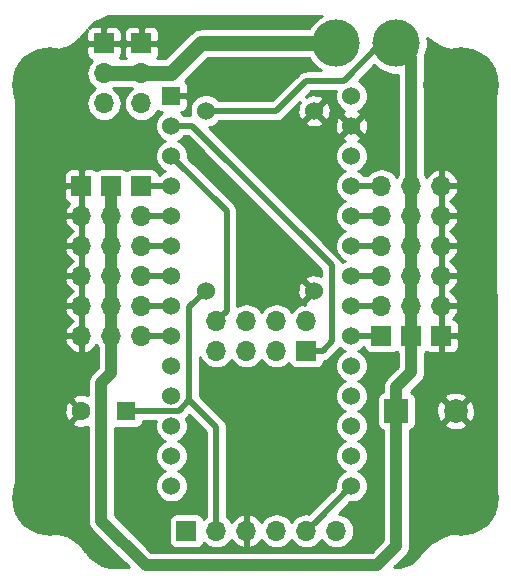
<source format=gtl>
G04 #@! TF.GenerationSoftware,KiCad,Pcbnew,(5.1.4)-1*
G04 #@! TF.CreationDate,2020-05-13T10:23:38+02:00*
G04 #@! TF.ProjectId,Pacifista_TinyFPGA,50616369-6669-4737-9461-5f54696e7946,rev?*
G04 #@! TF.SameCoordinates,Original*
G04 #@! TF.FileFunction,Copper,L1,Top*
G04 #@! TF.FilePolarity,Positive*
%FSLAX46Y46*%
G04 Gerber Fmt 4.6, Leading zero omitted, Abs format (unit mm)*
G04 Created by KiCad (PCBNEW (5.1.4)-1) date 2020-05-13 10:23:38*
%MOMM*%
%LPD*%
G04 APERTURE LIST*
%ADD10O,1.700000X1.700000*%
%ADD11R,1.700000X1.700000*%
%ADD12C,0.600000*%
%ADD13C,6.400000*%
%ADD14R,2.000000X2.000000*%
%ADD15C,2.000000*%
%ADD16R,1.600000X1.600000*%
%ADD17C,1.600000*%
%ADD18C,4.000500*%
%ADD19C,1.524000*%
%ADD20R,1.524000X1.524000*%
%ADD21C,1.016000*%
%ADD22C,0.508000*%
%ADD23C,1.270000*%
%ADD24C,0.254000*%
G04 APERTURE END LIST*
D10*
X96520000Y-110490000D03*
X96520000Y-113030000D03*
X96520000Y-115570000D03*
X96520000Y-118110000D03*
X96520000Y-120650000D03*
D11*
X96520000Y-123190000D03*
D12*
X104948056Y-100283944D03*
X103251000Y-99581000D03*
X101553944Y-100283944D03*
X100851000Y-101981000D03*
X101553944Y-103678056D03*
X103251000Y-104381000D03*
X104948056Y-103678056D03*
X105651000Y-101981000D03*
D13*
X103251000Y-101981000D03*
X103251000Y-136906000D03*
D12*
X105651000Y-136906000D03*
X104948056Y-138603056D03*
X103251000Y-139306000D03*
X101553944Y-138603056D03*
X100851000Y-136906000D03*
X101553944Y-135208944D03*
X103251000Y-134506000D03*
X104948056Y-135208944D03*
X70150056Y-135208944D03*
X68453000Y-134506000D03*
X66755944Y-135208944D03*
X66053000Y-136906000D03*
X66755944Y-138603056D03*
X68453000Y-139306000D03*
X70150056Y-138603056D03*
X70853000Y-136906000D03*
D13*
X68453000Y-136906000D03*
X68453000Y-101981000D03*
D12*
X70853000Y-101981000D03*
X70150056Y-103678056D03*
X68453000Y-104381000D03*
X66755944Y-103678056D03*
X66053000Y-101981000D03*
X66755944Y-100283944D03*
X68453000Y-99581000D03*
X70150056Y-100283944D03*
D14*
X97790000Y-129540000D03*
D15*
X102790000Y-129540000D03*
D11*
X99060000Y-123190000D03*
D10*
X99060000Y-120650000D03*
X99060000Y-118110000D03*
X99060000Y-115570000D03*
X99060000Y-113030000D03*
X99060000Y-110490000D03*
X82550000Y-121920000D03*
X82550000Y-124460000D03*
X85090000Y-121920000D03*
X85090000Y-124460000D03*
X87630000Y-121920000D03*
X87630000Y-124460000D03*
X90170000Y-121920000D03*
D11*
X90170000Y-124460000D03*
D10*
X101600000Y-110490000D03*
X101600000Y-113030000D03*
X101600000Y-115570000D03*
X101600000Y-118110000D03*
X101600000Y-120650000D03*
D11*
X101600000Y-123190000D03*
X71120000Y-110490000D03*
D10*
X71120000Y-113030000D03*
X71120000Y-115570000D03*
X71120000Y-118110000D03*
X71120000Y-120650000D03*
X71120000Y-123190000D03*
X73025000Y-103505000D03*
X73025000Y-100965000D03*
D11*
X73025000Y-98425000D03*
D16*
X74920000Y-129540000D03*
D17*
X71120000Y-129540000D03*
D18*
X92710000Y-98425000D03*
X97790000Y-98425000D03*
D10*
X73660000Y-123190000D03*
X73660000Y-120650000D03*
X73660000Y-118110000D03*
X73660000Y-115570000D03*
X73660000Y-113030000D03*
D11*
X73660000Y-110490000D03*
X76200000Y-110490000D03*
D10*
X76200000Y-113030000D03*
X76200000Y-115570000D03*
X76200000Y-118110000D03*
X76200000Y-120650000D03*
X76200000Y-123190000D03*
X76200000Y-103505000D03*
X76200000Y-100965000D03*
D11*
X76200000Y-98425000D03*
D19*
X90805000Y-119380000D03*
X81665000Y-119380000D03*
X90809000Y-104140000D03*
X81665000Y-104140000D03*
D10*
X92710000Y-139700000D03*
X90170000Y-139700000D03*
X87630000Y-139700000D03*
X85090000Y-139700000D03*
X82550000Y-139700000D03*
D11*
X80010000Y-139700000D03*
D19*
X93980000Y-102870000D03*
X93980000Y-105410000D03*
X93980000Y-107950000D03*
X93980000Y-110490000D03*
X93980000Y-113030000D03*
X93980000Y-115570000D03*
X93980000Y-118110000D03*
X93980000Y-120650000D03*
X93980000Y-123190000D03*
X93980000Y-125730000D03*
X93980000Y-128270000D03*
X93980000Y-130810000D03*
X93980000Y-133350000D03*
X93980000Y-135890000D03*
X78740000Y-135890000D03*
X78740000Y-133350000D03*
X78740000Y-130810000D03*
X78740000Y-128270000D03*
X78740000Y-125730000D03*
X78740000Y-123190000D03*
X78740000Y-120650000D03*
X78740000Y-118110000D03*
X78740000Y-115570000D03*
X78740000Y-113030000D03*
X78740000Y-110490000D03*
X78740000Y-107950000D03*
X78740000Y-105410000D03*
D20*
X78740000Y-102870000D03*
D21*
X72810001Y-138850001D02*
X76551501Y-142591501D01*
D22*
X97790000Y-98425000D02*
X96520000Y-98425000D01*
X96520000Y-98425000D02*
X93345000Y-101600000D01*
D21*
X97790000Y-129540000D02*
X97790000Y-136017000D01*
X96168499Y-142591501D02*
X97790000Y-140970000D01*
X97790000Y-136017000D02*
X97790000Y-140970000D01*
D22*
X93345000Y-101600000D02*
X90170000Y-101600000D01*
D21*
X72810001Y-127214999D02*
X73660000Y-126365000D01*
D22*
X90170000Y-101600000D02*
X87630000Y-104140000D01*
D21*
X73660000Y-123190000D02*
X73660000Y-110490000D01*
X72810001Y-138850001D02*
X72810001Y-127214999D01*
X99060000Y-126254000D02*
X99060000Y-123190000D01*
X99060000Y-110490000D02*
X99060000Y-123190000D01*
X99060000Y-110490000D02*
X99060000Y-99695000D01*
X73660000Y-126365000D02*
X73660000Y-123190000D01*
X97790000Y-129540000D02*
X97790000Y-127524000D01*
X97790000Y-127524000D02*
X99060000Y-126254000D01*
X99060000Y-99695000D02*
X97790000Y-98425000D01*
X76551501Y-142591501D02*
X96168499Y-142591501D01*
D22*
X87630000Y-104140000D02*
X81665000Y-104140000D01*
D23*
X78740000Y-100965000D02*
X81280000Y-98425000D01*
X76200000Y-100965000D02*
X78740000Y-100965000D01*
X81280000Y-98425000D02*
X92710000Y-98425000D01*
X73025000Y-100965000D02*
X76200000Y-100965000D01*
D22*
X80264000Y-120781000D02*
X81665000Y-119380000D01*
X80264000Y-120781000D02*
X80264000Y-128651000D01*
X79375000Y-129540000D02*
X80264000Y-128651000D01*
X74920000Y-129540000D02*
X79375000Y-129540000D01*
X82550000Y-130937000D02*
X80264000Y-128651000D01*
X82550000Y-139700000D02*
X82550000Y-130937000D01*
X93980000Y-110490000D02*
X96520000Y-110490000D01*
X93980000Y-113030000D02*
X96520000Y-113030000D01*
X93980000Y-115570000D02*
X96520000Y-115570000D01*
X93980000Y-118110000D02*
X96520000Y-118110000D01*
X93980000Y-120650000D02*
X96520000Y-120650000D01*
X93980000Y-123190000D02*
X96520000Y-123190000D01*
X76200000Y-110490000D02*
X78740000Y-110490000D01*
X76200000Y-113030000D02*
X78740000Y-113030000D01*
X76200000Y-115570000D02*
X78740000Y-115570000D01*
X76200000Y-118110000D02*
X78740000Y-118110000D01*
X76200000Y-120650000D02*
X78740000Y-120650000D01*
X76200000Y-123190000D02*
X78740000Y-123190000D01*
X91019999Y-138850001D02*
X93980000Y-135890000D01*
X90170000Y-139700000D02*
X91019999Y-138850001D01*
X83399999Y-121070001D02*
X82550000Y-121920000D01*
X83399999Y-112609999D02*
X83399999Y-121070001D01*
X78740000Y-107950000D02*
X83399999Y-112609999D01*
X80518000Y-105410000D02*
X78740000Y-105410000D01*
X92329000Y-117221000D02*
X80518000Y-105410000D01*
X92329000Y-123659000D02*
X92329000Y-117221000D01*
X90170000Y-124460000D02*
X91528000Y-124460000D01*
X91528000Y-124460000D02*
X92329000Y-123659000D01*
D24*
G36*
X91471021Y-96085828D02*
G01*
X91461741Y-96089672D01*
X91030126Y-96378068D01*
X90663068Y-96745126D01*
X90389199Y-97155000D01*
X81342372Y-97155000D01*
X81279999Y-97148857D01*
X81217626Y-97155000D01*
X81217620Y-97155000D01*
X81056755Y-97170844D01*
X81031036Y-97173377D01*
X80966777Y-97192870D01*
X80791641Y-97245997D01*
X80571012Y-97363925D01*
X80377630Y-97522630D01*
X80337863Y-97571086D01*
X78213950Y-99695000D01*
X77526778Y-99695000D01*
X77580537Y-99629494D01*
X77639502Y-99519180D01*
X77675812Y-99399482D01*
X77688072Y-99275000D01*
X77685000Y-98710750D01*
X77526250Y-98552000D01*
X76327000Y-98552000D01*
X76327000Y-98572000D01*
X76073000Y-98572000D01*
X76073000Y-98552000D01*
X74873750Y-98552000D01*
X74715000Y-98710750D01*
X74711928Y-99275000D01*
X74724188Y-99399482D01*
X74760498Y-99519180D01*
X74819463Y-99629494D01*
X74873222Y-99695000D01*
X74351778Y-99695000D01*
X74405537Y-99629494D01*
X74464502Y-99519180D01*
X74500812Y-99399482D01*
X74513072Y-99275000D01*
X74510000Y-98710750D01*
X74351250Y-98552000D01*
X73152000Y-98552000D01*
X73152000Y-98572000D01*
X72898000Y-98572000D01*
X72898000Y-98552000D01*
X71698750Y-98552000D01*
X71540000Y-98710750D01*
X71536928Y-99275000D01*
X71549188Y-99399482D01*
X71585498Y-99519180D01*
X71644463Y-99629494D01*
X71723815Y-99726185D01*
X71820506Y-99805537D01*
X71930820Y-99864502D01*
X71999687Y-99885393D01*
X71969866Y-99909866D01*
X71784294Y-100135986D01*
X71646401Y-100393966D01*
X71561487Y-100673889D01*
X71532815Y-100965000D01*
X71561487Y-101256111D01*
X71646401Y-101536034D01*
X71784294Y-101794014D01*
X71969866Y-102020134D01*
X72195986Y-102205706D01*
X72250791Y-102235000D01*
X72195986Y-102264294D01*
X71969866Y-102449866D01*
X71784294Y-102675986D01*
X71646401Y-102933966D01*
X71561487Y-103213889D01*
X71532815Y-103505000D01*
X71561487Y-103796111D01*
X71646401Y-104076034D01*
X71784294Y-104334014D01*
X71969866Y-104560134D01*
X72195986Y-104745706D01*
X72453966Y-104883599D01*
X72733889Y-104968513D01*
X72952050Y-104990000D01*
X73097950Y-104990000D01*
X73316111Y-104968513D01*
X73596034Y-104883599D01*
X73854014Y-104745706D01*
X74080134Y-104560134D01*
X74265706Y-104334014D01*
X74403599Y-104076034D01*
X74488513Y-103796111D01*
X74517185Y-103505000D01*
X74488513Y-103213889D01*
X74403599Y-102933966D01*
X74265706Y-102675986D01*
X74080134Y-102449866D01*
X73854014Y-102264294D01*
X73799209Y-102235000D01*
X75425791Y-102235000D01*
X75370986Y-102264294D01*
X75144866Y-102449866D01*
X74959294Y-102675986D01*
X74821401Y-102933966D01*
X74736487Y-103213889D01*
X74707815Y-103505000D01*
X74736487Y-103796111D01*
X74821401Y-104076034D01*
X74959294Y-104334014D01*
X75144866Y-104560134D01*
X75370986Y-104745706D01*
X75628966Y-104883599D01*
X75908889Y-104968513D01*
X76127050Y-104990000D01*
X76272950Y-104990000D01*
X76491111Y-104968513D01*
X76771034Y-104883599D01*
X77029014Y-104745706D01*
X77255134Y-104560134D01*
X77440706Y-104334014D01*
X77560153Y-104110545D01*
X77623506Y-104162537D01*
X77733820Y-104221502D01*
X77853518Y-104257812D01*
X77937465Y-104266080D01*
X77849465Y-104324880D01*
X77654880Y-104519465D01*
X77501995Y-104748273D01*
X77396686Y-105002510D01*
X77343000Y-105272408D01*
X77343000Y-105547592D01*
X77396686Y-105817490D01*
X77501995Y-106071727D01*
X77654880Y-106300535D01*
X77849465Y-106495120D01*
X78078273Y-106648005D01*
X78155515Y-106680000D01*
X78078273Y-106711995D01*
X77849465Y-106864880D01*
X77654880Y-107059465D01*
X77501995Y-107288273D01*
X77396686Y-107542510D01*
X77343000Y-107812408D01*
X77343000Y-108087592D01*
X77396686Y-108357490D01*
X77501995Y-108611727D01*
X77654880Y-108840535D01*
X77849465Y-109035120D01*
X78078273Y-109188005D01*
X78155515Y-109220000D01*
X78078273Y-109251995D01*
X77849465Y-109404880D01*
X77681462Y-109572883D01*
X77675812Y-109515518D01*
X77639502Y-109395820D01*
X77580537Y-109285506D01*
X77501185Y-109188815D01*
X77404494Y-109109463D01*
X77294180Y-109050498D01*
X77174482Y-109014188D01*
X77050000Y-109001928D01*
X75350000Y-109001928D01*
X75225518Y-109014188D01*
X75105820Y-109050498D01*
X74995506Y-109109463D01*
X74930000Y-109163222D01*
X74864494Y-109109463D01*
X74754180Y-109050498D01*
X74634482Y-109014188D01*
X74510000Y-109001928D01*
X72810000Y-109001928D01*
X72685518Y-109014188D01*
X72565820Y-109050498D01*
X72455506Y-109109463D01*
X72390000Y-109163222D01*
X72324494Y-109109463D01*
X72214180Y-109050498D01*
X72094482Y-109014188D01*
X71970000Y-109001928D01*
X71405750Y-109005000D01*
X71247000Y-109163750D01*
X71247000Y-110363000D01*
X71267000Y-110363000D01*
X71267000Y-110617000D01*
X71247000Y-110617000D01*
X71247000Y-112903000D01*
X71267000Y-112903000D01*
X71267000Y-113157000D01*
X71247000Y-113157000D01*
X71247000Y-115443000D01*
X71267000Y-115443000D01*
X71267000Y-115697000D01*
X71247000Y-115697000D01*
X71247000Y-117983000D01*
X71267000Y-117983000D01*
X71267000Y-118237000D01*
X71247000Y-118237000D01*
X71247000Y-120523000D01*
X71267000Y-120523000D01*
X71267000Y-120777000D01*
X71247000Y-120777000D01*
X71247000Y-123063000D01*
X71267000Y-123063000D01*
X71267000Y-123317000D01*
X71247000Y-123317000D01*
X71247000Y-124510814D01*
X71476891Y-124631481D01*
X71751252Y-124534157D01*
X72001355Y-124385178D01*
X72217588Y-124190269D01*
X72388416Y-123961244D01*
X72419294Y-124019014D01*
X72517001Y-124138070D01*
X72517000Y-125891554D01*
X72041479Y-126367076D01*
X71997869Y-126402866D01*
X71962079Y-126446476D01*
X71962077Y-126446478D01*
X71936154Y-126478066D01*
X71855034Y-126576910D01*
X71759588Y-126755479D01*
X71748899Y-126775476D01*
X71683540Y-126990932D01*
X71661472Y-127214999D01*
X71667002Y-127271148D01*
X71667002Y-128211291D01*
X71606004Y-128182429D01*
X71331816Y-128113700D01*
X71049488Y-128099783D01*
X70769870Y-128141213D01*
X70503708Y-128236397D01*
X70378486Y-128303329D01*
X70306903Y-128547298D01*
X71120000Y-129360395D01*
X71134143Y-129346253D01*
X71313748Y-129525858D01*
X71299605Y-129540000D01*
X71313748Y-129554143D01*
X71134143Y-129733748D01*
X71120000Y-129719605D01*
X70306903Y-130532702D01*
X70378486Y-130776671D01*
X70633996Y-130897571D01*
X70908184Y-130966300D01*
X71190512Y-130980217D01*
X71470130Y-130938787D01*
X71667002Y-130868382D01*
X71667001Y-138793862D01*
X71661472Y-138850001D01*
X71667001Y-138906140D01*
X71667001Y-138906146D01*
X71683540Y-139074067D01*
X71748898Y-139289523D01*
X71855033Y-139488089D01*
X71997868Y-139662134D01*
X72041483Y-139697928D01*
X75136177Y-142792623D01*
X74071524Y-142793730D01*
X73450031Y-142732792D01*
X72876684Y-142559688D01*
X72347882Y-142278519D01*
X71883748Y-141899981D01*
X71477005Y-141408364D01*
X71465125Y-141390210D01*
X71459080Y-141382798D01*
X71072315Y-140915279D01*
X71028260Y-140871531D01*
X70984822Y-140827173D01*
X70977453Y-140821077D01*
X70507245Y-140437585D01*
X70455542Y-140403234D01*
X70404306Y-140368152D01*
X70395893Y-140363603D01*
X69860154Y-140078745D01*
X69802753Y-140055086D01*
X69745689Y-140030628D01*
X69736556Y-140027801D01*
X69736550Y-140027799D01*
X69155686Y-139852427D01*
X69094776Y-139840366D01*
X69034057Y-139827460D01*
X69024545Y-139826460D01*
X68456247Y-139770738D01*
X68436798Y-139766485D01*
X68427293Y-139765430D01*
X67816614Y-139701960D01*
X67294081Y-139540873D01*
X66812779Y-139281354D01*
X66391062Y-138933302D01*
X66044974Y-138509960D01*
X65787706Y-138027459D01*
X65629058Y-137504180D01*
X65571819Y-136927301D01*
X65566517Y-129610512D01*
X69679783Y-129610512D01*
X69721213Y-129890130D01*
X69816397Y-130156292D01*
X69883329Y-130281514D01*
X70127298Y-130353097D01*
X70940395Y-129540000D01*
X70127298Y-128726903D01*
X69883329Y-128798486D01*
X69762429Y-129053996D01*
X69693700Y-129328184D01*
X69679783Y-129610512D01*
X65566517Y-129610512D01*
X65562123Y-123546890D01*
X69678524Y-123546890D01*
X69723175Y-123694099D01*
X69848359Y-123956920D01*
X70022412Y-124190269D01*
X70238645Y-124385178D01*
X70488748Y-124534157D01*
X70763109Y-124631481D01*
X70993000Y-124510814D01*
X70993000Y-123317000D01*
X69799845Y-123317000D01*
X69678524Y-123546890D01*
X65562123Y-123546890D01*
X65560283Y-121006890D01*
X69678524Y-121006890D01*
X69723175Y-121154099D01*
X69848359Y-121416920D01*
X70022412Y-121650269D01*
X70238645Y-121845178D01*
X70364255Y-121920000D01*
X70238645Y-121994822D01*
X70022412Y-122189731D01*
X69848359Y-122423080D01*
X69723175Y-122685901D01*
X69678524Y-122833110D01*
X69799845Y-123063000D01*
X70993000Y-123063000D01*
X70993000Y-120777000D01*
X69799845Y-120777000D01*
X69678524Y-121006890D01*
X65560283Y-121006890D01*
X65558443Y-118466890D01*
X69678524Y-118466890D01*
X69723175Y-118614099D01*
X69848359Y-118876920D01*
X70022412Y-119110269D01*
X70238645Y-119305178D01*
X70364255Y-119380000D01*
X70238645Y-119454822D01*
X70022412Y-119649731D01*
X69848359Y-119883080D01*
X69723175Y-120145901D01*
X69678524Y-120293110D01*
X69799845Y-120523000D01*
X70993000Y-120523000D01*
X70993000Y-118237000D01*
X69799845Y-118237000D01*
X69678524Y-118466890D01*
X65558443Y-118466890D01*
X65556602Y-115926890D01*
X69678524Y-115926890D01*
X69723175Y-116074099D01*
X69848359Y-116336920D01*
X70022412Y-116570269D01*
X70238645Y-116765178D01*
X70364255Y-116840000D01*
X70238645Y-116914822D01*
X70022412Y-117109731D01*
X69848359Y-117343080D01*
X69723175Y-117605901D01*
X69678524Y-117753110D01*
X69799845Y-117983000D01*
X70993000Y-117983000D01*
X70993000Y-115697000D01*
X69799845Y-115697000D01*
X69678524Y-115926890D01*
X65556602Y-115926890D01*
X65554761Y-113386890D01*
X69678524Y-113386890D01*
X69723175Y-113534099D01*
X69848359Y-113796920D01*
X70022412Y-114030269D01*
X70238645Y-114225178D01*
X70364255Y-114300000D01*
X70238645Y-114374822D01*
X70022412Y-114569731D01*
X69848359Y-114803080D01*
X69723175Y-115065901D01*
X69678524Y-115213110D01*
X69799845Y-115443000D01*
X70993000Y-115443000D01*
X70993000Y-113157000D01*
X69799845Y-113157000D01*
X69678524Y-113386890D01*
X65554761Y-113386890D01*
X65553277Y-111340000D01*
X69631928Y-111340000D01*
X69644188Y-111464482D01*
X69680498Y-111584180D01*
X69739463Y-111694494D01*
X69818815Y-111791185D01*
X69915506Y-111870537D01*
X70025820Y-111929502D01*
X70106466Y-111953966D01*
X70022412Y-112029731D01*
X69848359Y-112263080D01*
X69723175Y-112525901D01*
X69678524Y-112673110D01*
X69799845Y-112903000D01*
X70993000Y-112903000D01*
X70993000Y-110617000D01*
X69793750Y-110617000D01*
X69635000Y-110775750D01*
X69631928Y-111340000D01*
X65553277Y-111340000D01*
X65552045Y-109640000D01*
X69631928Y-109640000D01*
X69635000Y-110204250D01*
X69793750Y-110363000D01*
X70993000Y-110363000D01*
X70993000Y-109163750D01*
X70834250Y-109005000D01*
X70270000Y-109001928D01*
X70145518Y-109014188D01*
X70025820Y-109050498D01*
X69915506Y-109109463D01*
X69818815Y-109188815D01*
X69739463Y-109285506D01*
X69680498Y-109395820D01*
X69644188Y-109515518D01*
X69631928Y-109640000D01*
X65552045Y-109640000D01*
X65546467Y-101943104D01*
X65603276Y-101363725D01*
X65761890Y-100838371D01*
X66019523Y-100353834D01*
X66366364Y-99928565D01*
X66789203Y-99578763D01*
X67271929Y-99317753D01*
X67796165Y-99155475D01*
X68396480Y-99092379D01*
X68410291Y-99092643D01*
X68419820Y-99091825D01*
X68966528Y-99041055D01*
X69024377Y-99029909D01*
X69082498Y-99020105D01*
X69091711Y-99017537D01*
X69674654Y-98850657D01*
X69732389Y-98827827D01*
X69790437Y-98805806D01*
X69798976Y-98801497D01*
X70338403Y-98524568D01*
X70390592Y-98490967D01*
X70443270Y-98458082D01*
X70450809Y-98452197D01*
X70926174Y-98075766D01*
X70970840Y-98032670D01*
X71016130Y-97990178D01*
X71022377Y-97982946D01*
X71022383Y-97982940D01*
X71022387Y-97982934D01*
X71403483Y-97535545D01*
X71420079Y-97519054D01*
X71426121Y-97511640D01*
X71613512Y-97278411D01*
X71585498Y-97330820D01*
X71549188Y-97450518D01*
X71536928Y-97575000D01*
X71540000Y-98139250D01*
X71698750Y-98298000D01*
X72898000Y-98298000D01*
X72898000Y-97098750D01*
X73152000Y-97098750D01*
X73152000Y-98298000D01*
X74351250Y-98298000D01*
X74510000Y-98139250D01*
X74513072Y-97575000D01*
X74711928Y-97575000D01*
X74715000Y-98139250D01*
X74873750Y-98298000D01*
X76073000Y-98298000D01*
X76073000Y-97098750D01*
X76327000Y-97098750D01*
X76327000Y-98298000D01*
X77526250Y-98298000D01*
X77685000Y-98139250D01*
X77688072Y-97575000D01*
X77675812Y-97450518D01*
X77639502Y-97330820D01*
X77580537Y-97220506D01*
X77501185Y-97123815D01*
X77404494Y-97044463D01*
X77294180Y-96985498D01*
X77174482Y-96949188D01*
X77050000Y-96936928D01*
X76485750Y-96940000D01*
X76327000Y-97098750D01*
X76073000Y-97098750D01*
X75914250Y-96940000D01*
X75350000Y-96936928D01*
X75225518Y-96949188D01*
X75105820Y-96985498D01*
X74995506Y-97044463D01*
X74898815Y-97123815D01*
X74819463Y-97220506D01*
X74760498Y-97330820D01*
X74724188Y-97450518D01*
X74711928Y-97575000D01*
X74513072Y-97575000D01*
X74500812Y-97450518D01*
X74464502Y-97330820D01*
X74405537Y-97220506D01*
X74326185Y-97123815D01*
X74229494Y-97044463D01*
X74119180Y-96985498D01*
X73999482Y-96949188D01*
X73875000Y-96936928D01*
X73310750Y-96940000D01*
X73152000Y-97098750D01*
X72898000Y-97098750D01*
X72739250Y-96940000D01*
X72175000Y-96936928D01*
X72050518Y-96949188D01*
X71930820Y-96985498D01*
X71820506Y-97044463D01*
X71764648Y-97090304D01*
X71843214Y-96992520D01*
X72301765Y-96607484D01*
X72826364Y-96318851D01*
X73397034Y-96137611D01*
X74022586Y-96067228D01*
X74047825Y-96067082D01*
X91471021Y-96085828D01*
X91471021Y-96085828D01*
G37*
X91471021Y-96085828D02*
X91461741Y-96089672D01*
X91030126Y-96378068D01*
X90663068Y-96745126D01*
X90389199Y-97155000D01*
X81342372Y-97155000D01*
X81279999Y-97148857D01*
X81217626Y-97155000D01*
X81217620Y-97155000D01*
X81056755Y-97170844D01*
X81031036Y-97173377D01*
X80966777Y-97192870D01*
X80791641Y-97245997D01*
X80571012Y-97363925D01*
X80377630Y-97522630D01*
X80337863Y-97571086D01*
X78213950Y-99695000D01*
X77526778Y-99695000D01*
X77580537Y-99629494D01*
X77639502Y-99519180D01*
X77675812Y-99399482D01*
X77688072Y-99275000D01*
X77685000Y-98710750D01*
X77526250Y-98552000D01*
X76327000Y-98552000D01*
X76327000Y-98572000D01*
X76073000Y-98572000D01*
X76073000Y-98552000D01*
X74873750Y-98552000D01*
X74715000Y-98710750D01*
X74711928Y-99275000D01*
X74724188Y-99399482D01*
X74760498Y-99519180D01*
X74819463Y-99629494D01*
X74873222Y-99695000D01*
X74351778Y-99695000D01*
X74405537Y-99629494D01*
X74464502Y-99519180D01*
X74500812Y-99399482D01*
X74513072Y-99275000D01*
X74510000Y-98710750D01*
X74351250Y-98552000D01*
X73152000Y-98552000D01*
X73152000Y-98572000D01*
X72898000Y-98572000D01*
X72898000Y-98552000D01*
X71698750Y-98552000D01*
X71540000Y-98710750D01*
X71536928Y-99275000D01*
X71549188Y-99399482D01*
X71585498Y-99519180D01*
X71644463Y-99629494D01*
X71723815Y-99726185D01*
X71820506Y-99805537D01*
X71930820Y-99864502D01*
X71999687Y-99885393D01*
X71969866Y-99909866D01*
X71784294Y-100135986D01*
X71646401Y-100393966D01*
X71561487Y-100673889D01*
X71532815Y-100965000D01*
X71561487Y-101256111D01*
X71646401Y-101536034D01*
X71784294Y-101794014D01*
X71969866Y-102020134D01*
X72195986Y-102205706D01*
X72250791Y-102235000D01*
X72195986Y-102264294D01*
X71969866Y-102449866D01*
X71784294Y-102675986D01*
X71646401Y-102933966D01*
X71561487Y-103213889D01*
X71532815Y-103505000D01*
X71561487Y-103796111D01*
X71646401Y-104076034D01*
X71784294Y-104334014D01*
X71969866Y-104560134D01*
X72195986Y-104745706D01*
X72453966Y-104883599D01*
X72733889Y-104968513D01*
X72952050Y-104990000D01*
X73097950Y-104990000D01*
X73316111Y-104968513D01*
X73596034Y-104883599D01*
X73854014Y-104745706D01*
X74080134Y-104560134D01*
X74265706Y-104334014D01*
X74403599Y-104076034D01*
X74488513Y-103796111D01*
X74517185Y-103505000D01*
X74488513Y-103213889D01*
X74403599Y-102933966D01*
X74265706Y-102675986D01*
X74080134Y-102449866D01*
X73854014Y-102264294D01*
X73799209Y-102235000D01*
X75425791Y-102235000D01*
X75370986Y-102264294D01*
X75144866Y-102449866D01*
X74959294Y-102675986D01*
X74821401Y-102933966D01*
X74736487Y-103213889D01*
X74707815Y-103505000D01*
X74736487Y-103796111D01*
X74821401Y-104076034D01*
X74959294Y-104334014D01*
X75144866Y-104560134D01*
X75370986Y-104745706D01*
X75628966Y-104883599D01*
X75908889Y-104968513D01*
X76127050Y-104990000D01*
X76272950Y-104990000D01*
X76491111Y-104968513D01*
X76771034Y-104883599D01*
X77029014Y-104745706D01*
X77255134Y-104560134D01*
X77440706Y-104334014D01*
X77560153Y-104110545D01*
X77623506Y-104162537D01*
X77733820Y-104221502D01*
X77853518Y-104257812D01*
X77937465Y-104266080D01*
X77849465Y-104324880D01*
X77654880Y-104519465D01*
X77501995Y-104748273D01*
X77396686Y-105002510D01*
X77343000Y-105272408D01*
X77343000Y-105547592D01*
X77396686Y-105817490D01*
X77501995Y-106071727D01*
X77654880Y-106300535D01*
X77849465Y-106495120D01*
X78078273Y-106648005D01*
X78155515Y-106680000D01*
X78078273Y-106711995D01*
X77849465Y-106864880D01*
X77654880Y-107059465D01*
X77501995Y-107288273D01*
X77396686Y-107542510D01*
X77343000Y-107812408D01*
X77343000Y-108087592D01*
X77396686Y-108357490D01*
X77501995Y-108611727D01*
X77654880Y-108840535D01*
X77849465Y-109035120D01*
X78078273Y-109188005D01*
X78155515Y-109220000D01*
X78078273Y-109251995D01*
X77849465Y-109404880D01*
X77681462Y-109572883D01*
X77675812Y-109515518D01*
X77639502Y-109395820D01*
X77580537Y-109285506D01*
X77501185Y-109188815D01*
X77404494Y-109109463D01*
X77294180Y-109050498D01*
X77174482Y-109014188D01*
X77050000Y-109001928D01*
X75350000Y-109001928D01*
X75225518Y-109014188D01*
X75105820Y-109050498D01*
X74995506Y-109109463D01*
X74930000Y-109163222D01*
X74864494Y-109109463D01*
X74754180Y-109050498D01*
X74634482Y-109014188D01*
X74510000Y-109001928D01*
X72810000Y-109001928D01*
X72685518Y-109014188D01*
X72565820Y-109050498D01*
X72455506Y-109109463D01*
X72390000Y-109163222D01*
X72324494Y-109109463D01*
X72214180Y-109050498D01*
X72094482Y-109014188D01*
X71970000Y-109001928D01*
X71405750Y-109005000D01*
X71247000Y-109163750D01*
X71247000Y-110363000D01*
X71267000Y-110363000D01*
X71267000Y-110617000D01*
X71247000Y-110617000D01*
X71247000Y-112903000D01*
X71267000Y-112903000D01*
X71267000Y-113157000D01*
X71247000Y-113157000D01*
X71247000Y-115443000D01*
X71267000Y-115443000D01*
X71267000Y-115697000D01*
X71247000Y-115697000D01*
X71247000Y-117983000D01*
X71267000Y-117983000D01*
X71267000Y-118237000D01*
X71247000Y-118237000D01*
X71247000Y-120523000D01*
X71267000Y-120523000D01*
X71267000Y-120777000D01*
X71247000Y-120777000D01*
X71247000Y-123063000D01*
X71267000Y-123063000D01*
X71267000Y-123317000D01*
X71247000Y-123317000D01*
X71247000Y-124510814D01*
X71476891Y-124631481D01*
X71751252Y-124534157D01*
X72001355Y-124385178D01*
X72217588Y-124190269D01*
X72388416Y-123961244D01*
X72419294Y-124019014D01*
X72517001Y-124138070D01*
X72517000Y-125891554D01*
X72041479Y-126367076D01*
X71997869Y-126402866D01*
X71962079Y-126446476D01*
X71962077Y-126446478D01*
X71936154Y-126478066D01*
X71855034Y-126576910D01*
X71759588Y-126755479D01*
X71748899Y-126775476D01*
X71683540Y-126990932D01*
X71661472Y-127214999D01*
X71667002Y-127271148D01*
X71667002Y-128211291D01*
X71606004Y-128182429D01*
X71331816Y-128113700D01*
X71049488Y-128099783D01*
X70769870Y-128141213D01*
X70503708Y-128236397D01*
X70378486Y-128303329D01*
X70306903Y-128547298D01*
X71120000Y-129360395D01*
X71134143Y-129346253D01*
X71313748Y-129525858D01*
X71299605Y-129540000D01*
X71313748Y-129554143D01*
X71134143Y-129733748D01*
X71120000Y-129719605D01*
X70306903Y-130532702D01*
X70378486Y-130776671D01*
X70633996Y-130897571D01*
X70908184Y-130966300D01*
X71190512Y-130980217D01*
X71470130Y-130938787D01*
X71667002Y-130868382D01*
X71667001Y-138793862D01*
X71661472Y-138850001D01*
X71667001Y-138906140D01*
X71667001Y-138906146D01*
X71683540Y-139074067D01*
X71748898Y-139289523D01*
X71855033Y-139488089D01*
X71997868Y-139662134D01*
X72041483Y-139697928D01*
X75136177Y-142792623D01*
X74071524Y-142793730D01*
X73450031Y-142732792D01*
X72876684Y-142559688D01*
X72347882Y-142278519D01*
X71883748Y-141899981D01*
X71477005Y-141408364D01*
X71465125Y-141390210D01*
X71459080Y-141382798D01*
X71072315Y-140915279D01*
X71028260Y-140871531D01*
X70984822Y-140827173D01*
X70977453Y-140821077D01*
X70507245Y-140437585D01*
X70455542Y-140403234D01*
X70404306Y-140368152D01*
X70395893Y-140363603D01*
X69860154Y-140078745D01*
X69802753Y-140055086D01*
X69745689Y-140030628D01*
X69736556Y-140027801D01*
X69736550Y-140027799D01*
X69155686Y-139852427D01*
X69094776Y-139840366D01*
X69034057Y-139827460D01*
X69024545Y-139826460D01*
X68456247Y-139770738D01*
X68436798Y-139766485D01*
X68427293Y-139765430D01*
X67816614Y-139701960D01*
X67294081Y-139540873D01*
X66812779Y-139281354D01*
X66391062Y-138933302D01*
X66044974Y-138509960D01*
X65787706Y-138027459D01*
X65629058Y-137504180D01*
X65571819Y-136927301D01*
X65566517Y-129610512D01*
X69679783Y-129610512D01*
X69721213Y-129890130D01*
X69816397Y-130156292D01*
X69883329Y-130281514D01*
X70127298Y-130353097D01*
X70940395Y-129540000D01*
X70127298Y-128726903D01*
X69883329Y-128798486D01*
X69762429Y-129053996D01*
X69693700Y-129328184D01*
X69679783Y-129610512D01*
X65566517Y-129610512D01*
X65562123Y-123546890D01*
X69678524Y-123546890D01*
X69723175Y-123694099D01*
X69848359Y-123956920D01*
X70022412Y-124190269D01*
X70238645Y-124385178D01*
X70488748Y-124534157D01*
X70763109Y-124631481D01*
X70993000Y-124510814D01*
X70993000Y-123317000D01*
X69799845Y-123317000D01*
X69678524Y-123546890D01*
X65562123Y-123546890D01*
X65560283Y-121006890D01*
X69678524Y-121006890D01*
X69723175Y-121154099D01*
X69848359Y-121416920D01*
X70022412Y-121650269D01*
X70238645Y-121845178D01*
X70364255Y-121920000D01*
X70238645Y-121994822D01*
X70022412Y-122189731D01*
X69848359Y-122423080D01*
X69723175Y-122685901D01*
X69678524Y-122833110D01*
X69799845Y-123063000D01*
X70993000Y-123063000D01*
X70993000Y-120777000D01*
X69799845Y-120777000D01*
X69678524Y-121006890D01*
X65560283Y-121006890D01*
X65558443Y-118466890D01*
X69678524Y-118466890D01*
X69723175Y-118614099D01*
X69848359Y-118876920D01*
X70022412Y-119110269D01*
X70238645Y-119305178D01*
X70364255Y-119380000D01*
X70238645Y-119454822D01*
X70022412Y-119649731D01*
X69848359Y-119883080D01*
X69723175Y-120145901D01*
X69678524Y-120293110D01*
X69799845Y-120523000D01*
X70993000Y-120523000D01*
X70993000Y-118237000D01*
X69799845Y-118237000D01*
X69678524Y-118466890D01*
X65558443Y-118466890D01*
X65556602Y-115926890D01*
X69678524Y-115926890D01*
X69723175Y-116074099D01*
X69848359Y-116336920D01*
X70022412Y-116570269D01*
X70238645Y-116765178D01*
X70364255Y-116840000D01*
X70238645Y-116914822D01*
X70022412Y-117109731D01*
X69848359Y-117343080D01*
X69723175Y-117605901D01*
X69678524Y-117753110D01*
X69799845Y-117983000D01*
X70993000Y-117983000D01*
X70993000Y-115697000D01*
X69799845Y-115697000D01*
X69678524Y-115926890D01*
X65556602Y-115926890D01*
X65554761Y-113386890D01*
X69678524Y-113386890D01*
X69723175Y-113534099D01*
X69848359Y-113796920D01*
X70022412Y-114030269D01*
X70238645Y-114225178D01*
X70364255Y-114300000D01*
X70238645Y-114374822D01*
X70022412Y-114569731D01*
X69848359Y-114803080D01*
X69723175Y-115065901D01*
X69678524Y-115213110D01*
X69799845Y-115443000D01*
X70993000Y-115443000D01*
X70993000Y-113157000D01*
X69799845Y-113157000D01*
X69678524Y-113386890D01*
X65554761Y-113386890D01*
X65553277Y-111340000D01*
X69631928Y-111340000D01*
X69644188Y-111464482D01*
X69680498Y-111584180D01*
X69739463Y-111694494D01*
X69818815Y-111791185D01*
X69915506Y-111870537D01*
X70025820Y-111929502D01*
X70106466Y-111953966D01*
X70022412Y-112029731D01*
X69848359Y-112263080D01*
X69723175Y-112525901D01*
X69678524Y-112673110D01*
X69799845Y-112903000D01*
X70993000Y-112903000D01*
X70993000Y-110617000D01*
X69793750Y-110617000D01*
X69635000Y-110775750D01*
X69631928Y-111340000D01*
X65553277Y-111340000D01*
X65552045Y-109640000D01*
X69631928Y-109640000D01*
X69635000Y-110204250D01*
X69793750Y-110363000D01*
X70993000Y-110363000D01*
X70993000Y-109163750D01*
X70834250Y-109005000D01*
X70270000Y-109001928D01*
X70145518Y-109014188D01*
X70025820Y-109050498D01*
X69915506Y-109109463D01*
X69818815Y-109188815D01*
X69739463Y-109285506D01*
X69680498Y-109395820D01*
X69644188Y-109515518D01*
X69631928Y-109640000D01*
X65552045Y-109640000D01*
X65546467Y-101943104D01*
X65603276Y-101363725D01*
X65761890Y-100838371D01*
X66019523Y-100353834D01*
X66366364Y-99928565D01*
X66789203Y-99578763D01*
X67271929Y-99317753D01*
X67796165Y-99155475D01*
X68396480Y-99092379D01*
X68410291Y-99092643D01*
X68419820Y-99091825D01*
X68966528Y-99041055D01*
X69024377Y-99029909D01*
X69082498Y-99020105D01*
X69091711Y-99017537D01*
X69674654Y-98850657D01*
X69732389Y-98827827D01*
X69790437Y-98805806D01*
X69798976Y-98801497D01*
X70338403Y-98524568D01*
X70390592Y-98490967D01*
X70443270Y-98458082D01*
X70450809Y-98452197D01*
X70926174Y-98075766D01*
X70970840Y-98032670D01*
X71016130Y-97990178D01*
X71022377Y-97982946D01*
X71022383Y-97982940D01*
X71022387Y-97982934D01*
X71403483Y-97535545D01*
X71420079Y-97519054D01*
X71426121Y-97511640D01*
X71613512Y-97278411D01*
X71585498Y-97330820D01*
X71549188Y-97450518D01*
X71536928Y-97575000D01*
X71540000Y-98139250D01*
X71698750Y-98298000D01*
X72898000Y-98298000D01*
X72898000Y-97098750D01*
X73152000Y-97098750D01*
X73152000Y-98298000D01*
X74351250Y-98298000D01*
X74510000Y-98139250D01*
X74513072Y-97575000D01*
X74711928Y-97575000D01*
X74715000Y-98139250D01*
X74873750Y-98298000D01*
X76073000Y-98298000D01*
X76073000Y-97098750D01*
X76327000Y-97098750D01*
X76327000Y-98298000D01*
X77526250Y-98298000D01*
X77685000Y-98139250D01*
X77688072Y-97575000D01*
X77675812Y-97450518D01*
X77639502Y-97330820D01*
X77580537Y-97220506D01*
X77501185Y-97123815D01*
X77404494Y-97044463D01*
X77294180Y-96985498D01*
X77174482Y-96949188D01*
X77050000Y-96936928D01*
X76485750Y-96940000D01*
X76327000Y-97098750D01*
X76073000Y-97098750D01*
X75914250Y-96940000D01*
X75350000Y-96936928D01*
X75225518Y-96949188D01*
X75105820Y-96985498D01*
X74995506Y-97044463D01*
X74898815Y-97123815D01*
X74819463Y-97220506D01*
X74760498Y-97330820D01*
X74724188Y-97450518D01*
X74711928Y-97575000D01*
X74513072Y-97575000D01*
X74500812Y-97450518D01*
X74464502Y-97330820D01*
X74405537Y-97220506D01*
X74326185Y-97123815D01*
X74229494Y-97044463D01*
X74119180Y-96985498D01*
X73999482Y-96949188D01*
X73875000Y-96936928D01*
X73310750Y-96940000D01*
X73152000Y-97098750D01*
X72898000Y-97098750D01*
X72739250Y-96940000D01*
X72175000Y-96936928D01*
X72050518Y-96949188D01*
X71930820Y-96985498D01*
X71820506Y-97044463D01*
X71764648Y-97090304D01*
X71843214Y-96992520D01*
X72301765Y-96607484D01*
X72826364Y-96318851D01*
X73397034Y-96137611D01*
X74022586Y-96067228D01*
X74047825Y-96067082D01*
X91471021Y-96085828D01*
G36*
X100841902Y-98345555D02*
G01*
X100893694Y-98379764D01*
X100945029Y-98414710D01*
X100953454Y-98419236D01*
X101601299Y-98761455D01*
X101658773Y-98784962D01*
X101715893Y-98809261D01*
X101725037Y-98812065D01*
X102427015Y-99021934D01*
X102487940Y-99033826D01*
X102548714Y-99046572D01*
X102558228Y-99047546D01*
X103268657Y-99115263D01*
X103272153Y-99116001D01*
X103281666Y-99116987D01*
X103893766Y-99176106D01*
X104418398Y-99333670D01*
X104902437Y-99590137D01*
X105327442Y-99935733D01*
X105677224Y-100357299D01*
X105938463Y-100838775D01*
X106101208Y-101361827D01*
X106162654Y-101938387D01*
X106198162Y-136919111D01*
X106141676Y-137503878D01*
X105982394Y-138034205D01*
X105723136Y-138523498D01*
X105373782Y-138953110D01*
X104947628Y-139306691D01*
X104460925Y-139570757D01*
X103932191Y-139735264D01*
X103348907Y-139797419D01*
X103298317Y-139797600D01*
X103266182Y-139800867D01*
X103233882Y-139800869D01*
X103224370Y-139801869D01*
X102507234Y-139882350D01*
X102446519Y-139895259D01*
X102385606Y-139907324D01*
X102376469Y-139910153D01*
X101688623Y-140128393D01*
X101631567Y-140152851D01*
X101574160Y-140176517D01*
X101565747Y-140181066D01*
X100933391Y-140528754D01*
X100882147Y-140563846D01*
X100830457Y-140598193D01*
X100823088Y-140604289D01*
X100270307Y-141068180D01*
X100226843Y-141112569D01*
X100182820Y-141156291D01*
X100176775Y-141163703D01*
X99724626Y-141726128D01*
X99724041Y-141727022D01*
X99389343Y-142109227D01*
X99014995Y-142397423D01*
X98591799Y-142607420D01*
X98131190Y-142732489D01*
X97694054Y-142769162D01*
X97607193Y-142769252D01*
X98558523Y-141817923D01*
X98602133Y-141782133D01*
X98642773Y-141732614D01*
X98672715Y-141696129D01*
X98744968Y-141608089D01*
X98848712Y-141413997D01*
X98851103Y-141409524D01*
X98916461Y-141194068D01*
X98920182Y-141156291D01*
X98933000Y-141026146D01*
X98933000Y-141026139D01*
X98938529Y-140970000D01*
X98933000Y-140913861D01*
X98933000Y-131160195D01*
X99034180Y-131129502D01*
X99144494Y-131070537D01*
X99241185Y-130991185D01*
X99320537Y-130894494D01*
X99379502Y-130784180D01*
X99412496Y-130675413D01*
X101834192Y-130675413D01*
X101929956Y-130939814D01*
X102219571Y-131080704D01*
X102531108Y-131162384D01*
X102852595Y-131181718D01*
X103171675Y-131137961D01*
X103476088Y-131032795D01*
X103650044Y-130939814D01*
X103745808Y-130675413D01*
X102790000Y-129719605D01*
X101834192Y-130675413D01*
X99412496Y-130675413D01*
X99415812Y-130664482D01*
X99428072Y-130540000D01*
X99428072Y-129602595D01*
X101148282Y-129602595D01*
X101192039Y-129921675D01*
X101297205Y-130226088D01*
X101390186Y-130400044D01*
X101654587Y-130495808D01*
X102610395Y-129540000D01*
X102969605Y-129540000D01*
X103925413Y-130495808D01*
X104189814Y-130400044D01*
X104330704Y-130110429D01*
X104412384Y-129798892D01*
X104431718Y-129477405D01*
X104387961Y-129158325D01*
X104282795Y-128853912D01*
X104189814Y-128679956D01*
X103925413Y-128584192D01*
X102969605Y-129540000D01*
X102610395Y-129540000D01*
X101654587Y-128584192D01*
X101390186Y-128679956D01*
X101249296Y-128969571D01*
X101167616Y-129281108D01*
X101148282Y-129602595D01*
X99428072Y-129602595D01*
X99428072Y-128540000D01*
X99415812Y-128415518D01*
X99412497Y-128404587D01*
X101834192Y-128404587D01*
X102790000Y-129360395D01*
X103745808Y-128404587D01*
X103650044Y-128140186D01*
X103360429Y-127999296D01*
X103048892Y-127917616D01*
X102727405Y-127898282D01*
X102408325Y-127942039D01*
X102103912Y-128047205D01*
X101929956Y-128140186D01*
X101834192Y-128404587D01*
X99412497Y-128404587D01*
X99379502Y-128295820D01*
X99320537Y-128185506D01*
X99241185Y-128088815D01*
X99144494Y-128009463D01*
X99034180Y-127950498D01*
X98992570Y-127937876D01*
X99828524Y-127101922D01*
X99872133Y-127066133D01*
X100014968Y-126892089D01*
X100121103Y-126693523D01*
X100186461Y-126478067D01*
X100203000Y-126310146D01*
X100203000Y-126310140D01*
X100208529Y-126254001D01*
X100203000Y-126197862D01*
X100203000Y-124603407D01*
X100264494Y-124570537D01*
X100330000Y-124516778D01*
X100395506Y-124570537D01*
X100505820Y-124629502D01*
X100625518Y-124665812D01*
X100750000Y-124678072D01*
X101314250Y-124675000D01*
X101473000Y-124516250D01*
X101473000Y-123317000D01*
X101727000Y-123317000D01*
X101727000Y-124516250D01*
X101885750Y-124675000D01*
X102450000Y-124678072D01*
X102574482Y-124665812D01*
X102694180Y-124629502D01*
X102804494Y-124570537D01*
X102901185Y-124491185D01*
X102980537Y-124394494D01*
X103039502Y-124284180D01*
X103075812Y-124164482D01*
X103088072Y-124040000D01*
X103085000Y-123475750D01*
X102926250Y-123317000D01*
X101727000Y-123317000D01*
X101473000Y-123317000D01*
X101453000Y-123317000D01*
X101453000Y-123063000D01*
X101473000Y-123063000D01*
X101473000Y-120777000D01*
X101727000Y-120777000D01*
X101727000Y-123063000D01*
X102926250Y-123063000D01*
X103085000Y-122904250D01*
X103088072Y-122340000D01*
X103075812Y-122215518D01*
X103039502Y-122095820D01*
X102980537Y-121985506D01*
X102901185Y-121888815D01*
X102804494Y-121809463D01*
X102694180Y-121750498D01*
X102613534Y-121726034D01*
X102697588Y-121650269D01*
X102871641Y-121416920D01*
X102996825Y-121154099D01*
X103041476Y-121006890D01*
X102920155Y-120777000D01*
X101727000Y-120777000D01*
X101473000Y-120777000D01*
X101453000Y-120777000D01*
X101453000Y-120523000D01*
X101473000Y-120523000D01*
X101473000Y-118237000D01*
X101727000Y-118237000D01*
X101727000Y-120523000D01*
X102920155Y-120523000D01*
X103041476Y-120293110D01*
X102996825Y-120145901D01*
X102871641Y-119883080D01*
X102697588Y-119649731D01*
X102481355Y-119454822D01*
X102355745Y-119380000D01*
X102481355Y-119305178D01*
X102697588Y-119110269D01*
X102871641Y-118876920D01*
X102996825Y-118614099D01*
X103041476Y-118466890D01*
X102920155Y-118237000D01*
X101727000Y-118237000D01*
X101473000Y-118237000D01*
X101453000Y-118237000D01*
X101453000Y-117983000D01*
X101473000Y-117983000D01*
X101473000Y-115697000D01*
X101727000Y-115697000D01*
X101727000Y-117983000D01*
X102920155Y-117983000D01*
X103041476Y-117753110D01*
X102996825Y-117605901D01*
X102871641Y-117343080D01*
X102697588Y-117109731D01*
X102481355Y-116914822D01*
X102355745Y-116840000D01*
X102481355Y-116765178D01*
X102697588Y-116570269D01*
X102871641Y-116336920D01*
X102996825Y-116074099D01*
X103041476Y-115926890D01*
X102920155Y-115697000D01*
X101727000Y-115697000D01*
X101473000Y-115697000D01*
X101453000Y-115697000D01*
X101453000Y-115443000D01*
X101473000Y-115443000D01*
X101473000Y-113157000D01*
X101727000Y-113157000D01*
X101727000Y-115443000D01*
X102920155Y-115443000D01*
X103041476Y-115213110D01*
X102996825Y-115065901D01*
X102871641Y-114803080D01*
X102697588Y-114569731D01*
X102481355Y-114374822D01*
X102355745Y-114300000D01*
X102481355Y-114225178D01*
X102697588Y-114030269D01*
X102871641Y-113796920D01*
X102996825Y-113534099D01*
X103041476Y-113386890D01*
X102920155Y-113157000D01*
X101727000Y-113157000D01*
X101473000Y-113157000D01*
X101453000Y-113157000D01*
X101453000Y-112903000D01*
X101473000Y-112903000D01*
X101473000Y-110617000D01*
X101727000Y-110617000D01*
X101727000Y-112903000D01*
X102920155Y-112903000D01*
X103041476Y-112673110D01*
X102996825Y-112525901D01*
X102871641Y-112263080D01*
X102697588Y-112029731D01*
X102481355Y-111834822D01*
X102355745Y-111760000D01*
X102481355Y-111685178D01*
X102697588Y-111490269D01*
X102871641Y-111256920D01*
X102996825Y-110994099D01*
X103041476Y-110846890D01*
X102920155Y-110617000D01*
X101727000Y-110617000D01*
X101473000Y-110617000D01*
X101453000Y-110617000D01*
X101453000Y-110363000D01*
X101473000Y-110363000D01*
X101473000Y-109169186D01*
X101727000Y-109169186D01*
X101727000Y-110363000D01*
X102920155Y-110363000D01*
X103041476Y-110133110D01*
X102996825Y-109985901D01*
X102871641Y-109723080D01*
X102697588Y-109489731D01*
X102481355Y-109294822D01*
X102231252Y-109145843D01*
X101956891Y-109048519D01*
X101727000Y-109169186D01*
X101473000Y-109169186D01*
X101243109Y-109048519D01*
X100968748Y-109145843D01*
X100718645Y-109294822D01*
X100502412Y-109489731D01*
X100331584Y-109718756D01*
X100300706Y-109660986D01*
X100203000Y-109541931D01*
X100203000Y-99751138D01*
X100208529Y-99694999D01*
X100203000Y-99638860D01*
X100203000Y-99638854D01*
X100190817Y-99515156D01*
X100323979Y-99193674D01*
X100425250Y-98684549D01*
X100425250Y-98165451D01*
X100387815Y-97977253D01*
X100841902Y-98345555D01*
X100841902Y-98345555D01*
G37*
X100841902Y-98345555D02*
X100893694Y-98379764D01*
X100945029Y-98414710D01*
X100953454Y-98419236D01*
X101601299Y-98761455D01*
X101658773Y-98784962D01*
X101715893Y-98809261D01*
X101725037Y-98812065D01*
X102427015Y-99021934D01*
X102487940Y-99033826D01*
X102548714Y-99046572D01*
X102558228Y-99047546D01*
X103268657Y-99115263D01*
X103272153Y-99116001D01*
X103281666Y-99116987D01*
X103893766Y-99176106D01*
X104418398Y-99333670D01*
X104902437Y-99590137D01*
X105327442Y-99935733D01*
X105677224Y-100357299D01*
X105938463Y-100838775D01*
X106101208Y-101361827D01*
X106162654Y-101938387D01*
X106198162Y-136919111D01*
X106141676Y-137503878D01*
X105982394Y-138034205D01*
X105723136Y-138523498D01*
X105373782Y-138953110D01*
X104947628Y-139306691D01*
X104460925Y-139570757D01*
X103932191Y-139735264D01*
X103348907Y-139797419D01*
X103298317Y-139797600D01*
X103266182Y-139800867D01*
X103233882Y-139800869D01*
X103224370Y-139801869D01*
X102507234Y-139882350D01*
X102446519Y-139895259D01*
X102385606Y-139907324D01*
X102376469Y-139910153D01*
X101688623Y-140128393D01*
X101631567Y-140152851D01*
X101574160Y-140176517D01*
X101565747Y-140181066D01*
X100933391Y-140528754D01*
X100882147Y-140563846D01*
X100830457Y-140598193D01*
X100823088Y-140604289D01*
X100270307Y-141068180D01*
X100226843Y-141112569D01*
X100182820Y-141156291D01*
X100176775Y-141163703D01*
X99724626Y-141726128D01*
X99724041Y-141727022D01*
X99389343Y-142109227D01*
X99014995Y-142397423D01*
X98591799Y-142607420D01*
X98131190Y-142732489D01*
X97694054Y-142769162D01*
X97607193Y-142769252D01*
X98558523Y-141817923D01*
X98602133Y-141782133D01*
X98642773Y-141732614D01*
X98672715Y-141696129D01*
X98744968Y-141608089D01*
X98848712Y-141413997D01*
X98851103Y-141409524D01*
X98916461Y-141194068D01*
X98920182Y-141156291D01*
X98933000Y-141026146D01*
X98933000Y-141026139D01*
X98938529Y-140970000D01*
X98933000Y-140913861D01*
X98933000Y-131160195D01*
X99034180Y-131129502D01*
X99144494Y-131070537D01*
X99241185Y-130991185D01*
X99320537Y-130894494D01*
X99379502Y-130784180D01*
X99412496Y-130675413D01*
X101834192Y-130675413D01*
X101929956Y-130939814D01*
X102219571Y-131080704D01*
X102531108Y-131162384D01*
X102852595Y-131181718D01*
X103171675Y-131137961D01*
X103476088Y-131032795D01*
X103650044Y-130939814D01*
X103745808Y-130675413D01*
X102790000Y-129719605D01*
X101834192Y-130675413D01*
X99412496Y-130675413D01*
X99415812Y-130664482D01*
X99428072Y-130540000D01*
X99428072Y-129602595D01*
X101148282Y-129602595D01*
X101192039Y-129921675D01*
X101297205Y-130226088D01*
X101390186Y-130400044D01*
X101654587Y-130495808D01*
X102610395Y-129540000D01*
X102969605Y-129540000D01*
X103925413Y-130495808D01*
X104189814Y-130400044D01*
X104330704Y-130110429D01*
X104412384Y-129798892D01*
X104431718Y-129477405D01*
X104387961Y-129158325D01*
X104282795Y-128853912D01*
X104189814Y-128679956D01*
X103925413Y-128584192D01*
X102969605Y-129540000D01*
X102610395Y-129540000D01*
X101654587Y-128584192D01*
X101390186Y-128679956D01*
X101249296Y-128969571D01*
X101167616Y-129281108D01*
X101148282Y-129602595D01*
X99428072Y-129602595D01*
X99428072Y-128540000D01*
X99415812Y-128415518D01*
X99412497Y-128404587D01*
X101834192Y-128404587D01*
X102790000Y-129360395D01*
X103745808Y-128404587D01*
X103650044Y-128140186D01*
X103360429Y-127999296D01*
X103048892Y-127917616D01*
X102727405Y-127898282D01*
X102408325Y-127942039D01*
X102103912Y-128047205D01*
X101929956Y-128140186D01*
X101834192Y-128404587D01*
X99412497Y-128404587D01*
X99379502Y-128295820D01*
X99320537Y-128185506D01*
X99241185Y-128088815D01*
X99144494Y-128009463D01*
X99034180Y-127950498D01*
X98992570Y-127937876D01*
X99828524Y-127101922D01*
X99872133Y-127066133D01*
X100014968Y-126892089D01*
X100121103Y-126693523D01*
X100186461Y-126478067D01*
X100203000Y-126310146D01*
X100203000Y-126310140D01*
X100208529Y-126254001D01*
X100203000Y-126197862D01*
X100203000Y-124603407D01*
X100264494Y-124570537D01*
X100330000Y-124516778D01*
X100395506Y-124570537D01*
X100505820Y-124629502D01*
X100625518Y-124665812D01*
X100750000Y-124678072D01*
X101314250Y-124675000D01*
X101473000Y-124516250D01*
X101473000Y-123317000D01*
X101727000Y-123317000D01*
X101727000Y-124516250D01*
X101885750Y-124675000D01*
X102450000Y-124678072D01*
X102574482Y-124665812D01*
X102694180Y-124629502D01*
X102804494Y-124570537D01*
X102901185Y-124491185D01*
X102980537Y-124394494D01*
X103039502Y-124284180D01*
X103075812Y-124164482D01*
X103088072Y-124040000D01*
X103085000Y-123475750D01*
X102926250Y-123317000D01*
X101727000Y-123317000D01*
X101473000Y-123317000D01*
X101453000Y-123317000D01*
X101453000Y-123063000D01*
X101473000Y-123063000D01*
X101473000Y-120777000D01*
X101727000Y-120777000D01*
X101727000Y-123063000D01*
X102926250Y-123063000D01*
X103085000Y-122904250D01*
X103088072Y-122340000D01*
X103075812Y-122215518D01*
X103039502Y-122095820D01*
X102980537Y-121985506D01*
X102901185Y-121888815D01*
X102804494Y-121809463D01*
X102694180Y-121750498D01*
X102613534Y-121726034D01*
X102697588Y-121650269D01*
X102871641Y-121416920D01*
X102996825Y-121154099D01*
X103041476Y-121006890D01*
X102920155Y-120777000D01*
X101727000Y-120777000D01*
X101473000Y-120777000D01*
X101453000Y-120777000D01*
X101453000Y-120523000D01*
X101473000Y-120523000D01*
X101473000Y-118237000D01*
X101727000Y-118237000D01*
X101727000Y-120523000D01*
X102920155Y-120523000D01*
X103041476Y-120293110D01*
X102996825Y-120145901D01*
X102871641Y-119883080D01*
X102697588Y-119649731D01*
X102481355Y-119454822D01*
X102355745Y-119380000D01*
X102481355Y-119305178D01*
X102697588Y-119110269D01*
X102871641Y-118876920D01*
X102996825Y-118614099D01*
X103041476Y-118466890D01*
X102920155Y-118237000D01*
X101727000Y-118237000D01*
X101473000Y-118237000D01*
X101453000Y-118237000D01*
X101453000Y-117983000D01*
X101473000Y-117983000D01*
X101473000Y-115697000D01*
X101727000Y-115697000D01*
X101727000Y-117983000D01*
X102920155Y-117983000D01*
X103041476Y-117753110D01*
X102996825Y-117605901D01*
X102871641Y-117343080D01*
X102697588Y-117109731D01*
X102481355Y-116914822D01*
X102355745Y-116840000D01*
X102481355Y-116765178D01*
X102697588Y-116570269D01*
X102871641Y-116336920D01*
X102996825Y-116074099D01*
X103041476Y-115926890D01*
X102920155Y-115697000D01*
X101727000Y-115697000D01*
X101473000Y-115697000D01*
X101453000Y-115697000D01*
X101453000Y-115443000D01*
X101473000Y-115443000D01*
X101473000Y-113157000D01*
X101727000Y-113157000D01*
X101727000Y-115443000D01*
X102920155Y-115443000D01*
X103041476Y-115213110D01*
X102996825Y-115065901D01*
X102871641Y-114803080D01*
X102697588Y-114569731D01*
X102481355Y-114374822D01*
X102355745Y-114300000D01*
X102481355Y-114225178D01*
X102697588Y-114030269D01*
X102871641Y-113796920D01*
X102996825Y-113534099D01*
X103041476Y-113386890D01*
X102920155Y-113157000D01*
X101727000Y-113157000D01*
X101473000Y-113157000D01*
X101453000Y-113157000D01*
X101453000Y-112903000D01*
X101473000Y-112903000D01*
X101473000Y-110617000D01*
X101727000Y-110617000D01*
X101727000Y-112903000D01*
X102920155Y-112903000D01*
X103041476Y-112673110D01*
X102996825Y-112525901D01*
X102871641Y-112263080D01*
X102697588Y-112029731D01*
X102481355Y-111834822D01*
X102355745Y-111760000D01*
X102481355Y-111685178D01*
X102697588Y-111490269D01*
X102871641Y-111256920D01*
X102996825Y-110994099D01*
X103041476Y-110846890D01*
X102920155Y-110617000D01*
X101727000Y-110617000D01*
X101473000Y-110617000D01*
X101453000Y-110617000D01*
X101453000Y-110363000D01*
X101473000Y-110363000D01*
X101473000Y-109169186D01*
X101727000Y-109169186D01*
X101727000Y-110363000D01*
X102920155Y-110363000D01*
X103041476Y-110133110D01*
X102996825Y-109985901D01*
X102871641Y-109723080D01*
X102697588Y-109489731D01*
X102481355Y-109294822D01*
X102231252Y-109145843D01*
X101956891Y-109048519D01*
X101727000Y-109169186D01*
X101473000Y-109169186D01*
X101243109Y-109048519D01*
X100968748Y-109145843D01*
X100718645Y-109294822D01*
X100502412Y-109489731D01*
X100331584Y-109718756D01*
X100300706Y-109660986D01*
X100203000Y-109541931D01*
X100203000Y-99751138D01*
X100208529Y-99694999D01*
X100203000Y-99638860D01*
X100203000Y-99638854D01*
X100190817Y-99515156D01*
X100323979Y-99193674D01*
X100425250Y-98684549D01*
X100425250Y-98165451D01*
X100387815Y-97977253D01*
X100841902Y-98345555D01*
G36*
X95044188Y-124164482D02*
G01*
X95080498Y-124284180D01*
X95139463Y-124394494D01*
X95218815Y-124491185D01*
X95315506Y-124570537D01*
X95425820Y-124629502D01*
X95545518Y-124665812D01*
X95670000Y-124678072D01*
X97370000Y-124678072D01*
X97494482Y-124665812D01*
X97614180Y-124629502D01*
X97724494Y-124570537D01*
X97790000Y-124516778D01*
X97855506Y-124570537D01*
X97917001Y-124603407D01*
X97917000Y-125780554D01*
X97021478Y-126676077D01*
X96977868Y-126711867D01*
X96835033Y-126885911D01*
X96756950Y-127031995D01*
X96728898Y-127084477D01*
X96663539Y-127299933D01*
X96641471Y-127524000D01*
X96647001Y-127580148D01*
X96647001Y-127919805D01*
X96545820Y-127950498D01*
X96435506Y-128009463D01*
X96338815Y-128088815D01*
X96259463Y-128185506D01*
X96200498Y-128295820D01*
X96164188Y-128415518D01*
X96151928Y-128540000D01*
X96151928Y-130540000D01*
X96164188Y-130664482D01*
X96200498Y-130784180D01*
X96259463Y-130894494D01*
X96338815Y-130991185D01*
X96435506Y-131070537D01*
X96545820Y-131129502D01*
X96647000Y-131160195D01*
X96647001Y-135960845D01*
X96647000Y-135960855D01*
X96647001Y-140496553D01*
X95695054Y-141448501D01*
X77024947Y-141448501D01*
X73953001Y-138376556D01*
X73953001Y-130952915D01*
X73995518Y-130965812D01*
X74120000Y-130978072D01*
X75720000Y-130978072D01*
X75844482Y-130965812D01*
X75964180Y-130929502D01*
X76074494Y-130870537D01*
X76171185Y-130791185D01*
X76250537Y-130694494D01*
X76309502Y-130584180D01*
X76345812Y-130464482D01*
X76349307Y-130429000D01*
X77391417Y-130429000D01*
X77343000Y-130672408D01*
X77343000Y-130947592D01*
X77396686Y-131217490D01*
X77501995Y-131471727D01*
X77654880Y-131700535D01*
X77849465Y-131895120D01*
X78078273Y-132048005D01*
X78155515Y-132080000D01*
X78078273Y-132111995D01*
X77849465Y-132264880D01*
X77654880Y-132459465D01*
X77501995Y-132688273D01*
X77396686Y-132942510D01*
X77343000Y-133212408D01*
X77343000Y-133487592D01*
X77396686Y-133757490D01*
X77501995Y-134011727D01*
X77654880Y-134240535D01*
X77849465Y-134435120D01*
X78078273Y-134588005D01*
X78155515Y-134620000D01*
X78078273Y-134651995D01*
X77849465Y-134804880D01*
X77654880Y-134999465D01*
X77501995Y-135228273D01*
X77396686Y-135482510D01*
X77343000Y-135752408D01*
X77343000Y-136027592D01*
X77396686Y-136297490D01*
X77501995Y-136551727D01*
X77654880Y-136780535D01*
X77849465Y-136975120D01*
X78078273Y-137128005D01*
X78332510Y-137233314D01*
X78602408Y-137287000D01*
X78877592Y-137287000D01*
X79147490Y-137233314D01*
X79401727Y-137128005D01*
X79630535Y-136975120D01*
X79825120Y-136780535D01*
X79978005Y-136551727D01*
X80083314Y-136297490D01*
X80137000Y-136027592D01*
X80137000Y-135752408D01*
X80083314Y-135482510D01*
X79978005Y-135228273D01*
X79825120Y-134999465D01*
X79630535Y-134804880D01*
X79401727Y-134651995D01*
X79324485Y-134620000D01*
X79401727Y-134588005D01*
X79630535Y-134435120D01*
X79825120Y-134240535D01*
X79978005Y-134011727D01*
X80083314Y-133757490D01*
X80137000Y-133487592D01*
X80137000Y-133212408D01*
X80083314Y-132942510D01*
X79978005Y-132688273D01*
X79825120Y-132459465D01*
X79630535Y-132264880D01*
X79401727Y-132111995D01*
X79324485Y-132080000D01*
X79401727Y-132048005D01*
X79630535Y-131895120D01*
X79825120Y-131700535D01*
X79978005Y-131471727D01*
X80083314Y-131217490D01*
X80137000Y-130947592D01*
X80137000Y-130672408D01*
X80083314Y-130402510D01*
X79992504Y-130183276D01*
X80006659Y-130171659D01*
X80034499Y-130137737D01*
X80264000Y-129908235D01*
X81661001Y-131305237D01*
X81661000Y-138508523D01*
X81494866Y-138644866D01*
X81470393Y-138674687D01*
X81449502Y-138605820D01*
X81390537Y-138495506D01*
X81311185Y-138398815D01*
X81214494Y-138319463D01*
X81104180Y-138260498D01*
X80984482Y-138224188D01*
X80860000Y-138211928D01*
X79160000Y-138211928D01*
X79035518Y-138224188D01*
X78915820Y-138260498D01*
X78805506Y-138319463D01*
X78708815Y-138398815D01*
X78629463Y-138495506D01*
X78570498Y-138605820D01*
X78534188Y-138725518D01*
X78521928Y-138850000D01*
X78521928Y-140550000D01*
X78534188Y-140674482D01*
X78570498Y-140794180D01*
X78629463Y-140904494D01*
X78708815Y-141001185D01*
X78805506Y-141080537D01*
X78915820Y-141139502D01*
X79035518Y-141175812D01*
X79160000Y-141188072D01*
X80860000Y-141188072D01*
X80984482Y-141175812D01*
X81104180Y-141139502D01*
X81214494Y-141080537D01*
X81311185Y-141001185D01*
X81390537Y-140904494D01*
X81449502Y-140794180D01*
X81470393Y-140725313D01*
X81494866Y-140755134D01*
X81720986Y-140940706D01*
X81978966Y-141078599D01*
X82258889Y-141163513D01*
X82477050Y-141185000D01*
X82622950Y-141185000D01*
X82841111Y-141163513D01*
X83121034Y-141078599D01*
X83379014Y-140940706D01*
X83605134Y-140755134D01*
X83790706Y-140529014D01*
X83825201Y-140464477D01*
X83894822Y-140581355D01*
X84089731Y-140797588D01*
X84323080Y-140971641D01*
X84585901Y-141096825D01*
X84733110Y-141141476D01*
X84963000Y-141020155D01*
X84963000Y-139827000D01*
X84943000Y-139827000D01*
X84943000Y-139573000D01*
X84963000Y-139573000D01*
X84963000Y-138379845D01*
X84733110Y-138258524D01*
X84585901Y-138303175D01*
X84323080Y-138428359D01*
X84089731Y-138602412D01*
X83894822Y-138818645D01*
X83825201Y-138935523D01*
X83790706Y-138870986D01*
X83605134Y-138644866D01*
X83439000Y-138508523D01*
X83439000Y-130980659D01*
X83443300Y-130936999D01*
X83439000Y-130893339D01*
X83439000Y-130893333D01*
X83428249Y-130784180D01*
X83426136Y-130762724D01*
X83375302Y-130595147D01*
X83341924Y-130532702D01*
X83292753Y-130440709D01*
X83181659Y-130305341D01*
X83147742Y-130277506D01*
X81153000Y-128282765D01*
X81153000Y-124970374D01*
X81171401Y-125031034D01*
X81309294Y-125289014D01*
X81494866Y-125515134D01*
X81720986Y-125700706D01*
X81978966Y-125838599D01*
X82258889Y-125923513D01*
X82477050Y-125945000D01*
X82622950Y-125945000D01*
X82841111Y-125923513D01*
X83121034Y-125838599D01*
X83379014Y-125700706D01*
X83605134Y-125515134D01*
X83790706Y-125289014D01*
X83820000Y-125234209D01*
X83849294Y-125289014D01*
X84034866Y-125515134D01*
X84260986Y-125700706D01*
X84518966Y-125838599D01*
X84798889Y-125923513D01*
X85017050Y-125945000D01*
X85162950Y-125945000D01*
X85381111Y-125923513D01*
X85661034Y-125838599D01*
X85919014Y-125700706D01*
X86145134Y-125515134D01*
X86330706Y-125289014D01*
X86360000Y-125234209D01*
X86389294Y-125289014D01*
X86574866Y-125515134D01*
X86800986Y-125700706D01*
X87058966Y-125838599D01*
X87338889Y-125923513D01*
X87557050Y-125945000D01*
X87702950Y-125945000D01*
X87921111Y-125923513D01*
X88201034Y-125838599D01*
X88459014Y-125700706D01*
X88685134Y-125515134D01*
X88709607Y-125485313D01*
X88730498Y-125554180D01*
X88789463Y-125664494D01*
X88868815Y-125761185D01*
X88965506Y-125840537D01*
X89075820Y-125899502D01*
X89195518Y-125935812D01*
X89320000Y-125948072D01*
X91020000Y-125948072D01*
X91144482Y-125935812D01*
X91264180Y-125899502D01*
X91374494Y-125840537D01*
X91471185Y-125761185D01*
X91550537Y-125664494D01*
X91609502Y-125554180D01*
X91645812Y-125434482D01*
X91655040Y-125340788D01*
X91702274Y-125336136D01*
X91869851Y-125285303D01*
X92024291Y-125202753D01*
X92159659Y-125091659D01*
X92187499Y-125057737D01*
X92926742Y-124318493D01*
X92960659Y-124290659D01*
X93025723Y-124211378D01*
X93089465Y-124275120D01*
X93318273Y-124428005D01*
X93395515Y-124460000D01*
X93318273Y-124491995D01*
X93089465Y-124644880D01*
X92894880Y-124839465D01*
X92741995Y-125068273D01*
X92636686Y-125322510D01*
X92583000Y-125592408D01*
X92583000Y-125867592D01*
X92636686Y-126137490D01*
X92741995Y-126391727D01*
X92894880Y-126620535D01*
X93089465Y-126815120D01*
X93318273Y-126968005D01*
X93395515Y-127000000D01*
X93318273Y-127031995D01*
X93089465Y-127184880D01*
X92894880Y-127379465D01*
X92741995Y-127608273D01*
X92636686Y-127862510D01*
X92583000Y-128132408D01*
X92583000Y-128407592D01*
X92636686Y-128677490D01*
X92741995Y-128931727D01*
X92894880Y-129160535D01*
X93089465Y-129355120D01*
X93318273Y-129508005D01*
X93395515Y-129540000D01*
X93318273Y-129571995D01*
X93089465Y-129724880D01*
X92894880Y-129919465D01*
X92741995Y-130148273D01*
X92636686Y-130402510D01*
X92583000Y-130672408D01*
X92583000Y-130947592D01*
X92636686Y-131217490D01*
X92741995Y-131471727D01*
X92894880Y-131700535D01*
X93089465Y-131895120D01*
X93318273Y-132048005D01*
X93395515Y-132080000D01*
X93318273Y-132111995D01*
X93089465Y-132264880D01*
X92894880Y-132459465D01*
X92741995Y-132688273D01*
X92636686Y-132942510D01*
X92583000Y-133212408D01*
X92583000Y-133487592D01*
X92636686Y-133757490D01*
X92741995Y-134011727D01*
X92894880Y-134240535D01*
X93089465Y-134435120D01*
X93318273Y-134588005D01*
X93395515Y-134620000D01*
X93318273Y-134651995D01*
X93089465Y-134804880D01*
X92894880Y-134999465D01*
X92741995Y-135228273D01*
X92636686Y-135482510D01*
X92583000Y-135752408D01*
X92583000Y-136027592D01*
X92583360Y-136029404D01*
X90422263Y-138190502D01*
X90422258Y-138190506D01*
X90383883Y-138228881D01*
X90242950Y-138215000D01*
X90097050Y-138215000D01*
X89878889Y-138236487D01*
X89598966Y-138321401D01*
X89340986Y-138459294D01*
X89114866Y-138644866D01*
X88929294Y-138870986D01*
X88900000Y-138925791D01*
X88870706Y-138870986D01*
X88685134Y-138644866D01*
X88459014Y-138459294D01*
X88201034Y-138321401D01*
X87921111Y-138236487D01*
X87702950Y-138215000D01*
X87557050Y-138215000D01*
X87338889Y-138236487D01*
X87058966Y-138321401D01*
X86800986Y-138459294D01*
X86574866Y-138644866D01*
X86389294Y-138870986D01*
X86354799Y-138935523D01*
X86285178Y-138818645D01*
X86090269Y-138602412D01*
X85856920Y-138428359D01*
X85594099Y-138303175D01*
X85446890Y-138258524D01*
X85217000Y-138379845D01*
X85217000Y-139573000D01*
X85237000Y-139573000D01*
X85237000Y-139827000D01*
X85217000Y-139827000D01*
X85217000Y-141020155D01*
X85446890Y-141141476D01*
X85594099Y-141096825D01*
X85856920Y-140971641D01*
X86090269Y-140797588D01*
X86285178Y-140581355D01*
X86354799Y-140464477D01*
X86389294Y-140529014D01*
X86574866Y-140755134D01*
X86800986Y-140940706D01*
X87058966Y-141078599D01*
X87338889Y-141163513D01*
X87557050Y-141185000D01*
X87702950Y-141185000D01*
X87921111Y-141163513D01*
X88201034Y-141078599D01*
X88459014Y-140940706D01*
X88685134Y-140755134D01*
X88870706Y-140529014D01*
X88900000Y-140474209D01*
X88929294Y-140529014D01*
X89114866Y-140755134D01*
X89340986Y-140940706D01*
X89598966Y-141078599D01*
X89878889Y-141163513D01*
X90097050Y-141185000D01*
X90242950Y-141185000D01*
X90461111Y-141163513D01*
X90741034Y-141078599D01*
X90999014Y-140940706D01*
X91225134Y-140755134D01*
X91410706Y-140529014D01*
X91440000Y-140474209D01*
X91469294Y-140529014D01*
X91654866Y-140755134D01*
X91880986Y-140940706D01*
X92138966Y-141078599D01*
X92418889Y-141163513D01*
X92637050Y-141185000D01*
X92782950Y-141185000D01*
X93001111Y-141163513D01*
X93281034Y-141078599D01*
X93539014Y-140940706D01*
X93765134Y-140755134D01*
X93950706Y-140529014D01*
X94088599Y-140271034D01*
X94173513Y-139991111D01*
X94202185Y-139700000D01*
X94173513Y-139408889D01*
X94088599Y-139128966D01*
X93950706Y-138870986D01*
X93765134Y-138644866D01*
X93539014Y-138459294D01*
X93281034Y-138321401D01*
X93001111Y-138236487D01*
X92900644Y-138226592D01*
X93840596Y-137286640D01*
X93842408Y-137287000D01*
X94117592Y-137287000D01*
X94387490Y-137233314D01*
X94641727Y-137128005D01*
X94870535Y-136975120D01*
X95065120Y-136780535D01*
X95218005Y-136551727D01*
X95323314Y-136297490D01*
X95377000Y-136027592D01*
X95377000Y-135752408D01*
X95323314Y-135482510D01*
X95218005Y-135228273D01*
X95065120Y-134999465D01*
X94870535Y-134804880D01*
X94641727Y-134651995D01*
X94564485Y-134620000D01*
X94641727Y-134588005D01*
X94870535Y-134435120D01*
X95065120Y-134240535D01*
X95218005Y-134011727D01*
X95323314Y-133757490D01*
X95377000Y-133487592D01*
X95377000Y-133212408D01*
X95323314Y-132942510D01*
X95218005Y-132688273D01*
X95065120Y-132459465D01*
X94870535Y-132264880D01*
X94641727Y-132111995D01*
X94564485Y-132080000D01*
X94641727Y-132048005D01*
X94870535Y-131895120D01*
X95065120Y-131700535D01*
X95218005Y-131471727D01*
X95323314Y-131217490D01*
X95377000Y-130947592D01*
X95377000Y-130672408D01*
X95323314Y-130402510D01*
X95218005Y-130148273D01*
X95065120Y-129919465D01*
X94870535Y-129724880D01*
X94641727Y-129571995D01*
X94564485Y-129540000D01*
X94641727Y-129508005D01*
X94870535Y-129355120D01*
X95065120Y-129160535D01*
X95218005Y-128931727D01*
X95323314Y-128677490D01*
X95377000Y-128407592D01*
X95377000Y-128132408D01*
X95323314Y-127862510D01*
X95218005Y-127608273D01*
X95065120Y-127379465D01*
X94870535Y-127184880D01*
X94641727Y-127031995D01*
X94564485Y-127000000D01*
X94641727Y-126968005D01*
X94870535Y-126815120D01*
X95065120Y-126620535D01*
X95218005Y-126391727D01*
X95323314Y-126137490D01*
X95377000Y-125867592D01*
X95377000Y-125592408D01*
X95323314Y-125322510D01*
X95218005Y-125068273D01*
X95065120Y-124839465D01*
X94870535Y-124644880D01*
X94641727Y-124491995D01*
X94564485Y-124460000D01*
X94641727Y-124428005D01*
X94870535Y-124275120D01*
X95038538Y-124107117D01*
X95044188Y-124164482D01*
X95044188Y-124164482D01*
G37*
X95044188Y-124164482D02*
X95080498Y-124284180D01*
X95139463Y-124394494D01*
X95218815Y-124491185D01*
X95315506Y-124570537D01*
X95425820Y-124629502D01*
X95545518Y-124665812D01*
X95670000Y-124678072D01*
X97370000Y-124678072D01*
X97494482Y-124665812D01*
X97614180Y-124629502D01*
X97724494Y-124570537D01*
X97790000Y-124516778D01*
X97855506Y-124570537D01*
X97917001Y-124603407D01*
X97917000Y-125780554D01*
X97021478Y-126676077D01*
X96977868Y-126711867D01*
X96835033Y-126885911D01*
X96756950Y-127031995D01*
X96728898Y-127084477D01*
X96663539Y-127299933D01*
X96641471Y-127524000D01*
X96647001Y-127580148D01*
X96647001Y-127919805D01*
X96545820Y-127950498D01*
X96435506Y-128009463D01*
X96338815Y-128088815D01*
X96259463Y-128185506D01*
X96200498Y-128295820D01*
X96164188Y-128415518D01*
X96151928Y-128540000D01*
X96151928Y-130540000D01*
X96164188Y-130664482D01*
X96200498Y-130784180D01*
X96259463Y-130894494D01*
X96338815Y-130991185D01*
X96435506Y-131070537D01*
X96545820Y-131129502D01*
X96647000Y-131160195D01*
X96647001Y-135960845D01*
X96647000Y-135960855D01*
X96647001Y-140496553D01*
X95695054Y-141448501D01*
X77024947Y-141448501D01*
X73953001Y-138376556D01*
X73953001Y-130952915D01*
X73995518Y-130965812D01*
X74120000Y-130978072D01*
X75720000Y-130978072D01*
X75844482Y-130965812D01*
X75964180Y-130929502D01*
X76074494Y-130870537D01*
X76171185Y-130791185D01*
X76250537Y-130694494D01*
X76309502Y-130584180D01*
X76345812Y-130464482D01*
X76349307Y-130429000D01*
X77391417Y-130429000D01*
X77343000Y-130672408D01*
X77343000Y-130947592D01*
X77396686Y-131217490D01*
X77501995Y-131471727D01*
X77654880Y-131700535D01*
X77849465Y-131895120D01*
X78078273Y-132048005D01*
X78155515Y-132080000D01*
X78078273Y-132111995D01*
X77849465Y-132264880D01*
X77654880Y-132459465D01*
X77501995Y-132688273D01*
X77396686Y-132942510D01*
X77343000Y-133212408D01*
X77343000Y-133487592D01*
X77396686Y-133757490D01*
X77501995Y-134011727D01*
X77654880Y-134240535D01*
X77849465Y-134435120D01*
X78078273Y-134588005D01*
X78155515Y-134620000D01*
X78078273Y-134651995D01*
X77849465Y-134804880D01*
X77654880Y-134999465D01*
X77501995Y-135228273D01*
X77396686Y-135482510D01*
X77343000Y-135752408D01*
X77343000Y-136027592D01*
X77396686Y-136297490D01*
X77501995Y-136551727D01*
X77654880Y-136780535D01*
X77849465Y-136975120D01*
X78078273Y-137128005D01*
X78332510Y-137233314D01*
X78602408Y-137287000D01*
X78877592Y-137287000D01*
X79147490Y-137233314D01*
X79401727Y-137128005D01*
X79630535Y-136975120D01*
X79825120Y-136780535D01*
X79978005Y-136551727D01*
X80083314Y-136297490D01*
X80137000Y-136027592D01*
X80137000Y-135752408D01*
X80083314Y-135482510D01*
X79978005Y-135228273D01*
X79825120Y-134999465D01*
X79630535Y-134804880D01*
X79401727Y-134651995D01*
X79324485Y-134620000D01*
X79401727Y-134588005D01*
X79630535Y-134435120D01*
X79825120Y-134240535D01*
X79978005Y-134011727D01*
X80083314Y-133757490D01*
X80137000Y-133487592D01*
X80137000Y-133212408D01*
X80083314Y-132942510D01*
X79978005Y-132688273D01*
X79825120Y-132459465D01*
X79630535Y-132264880D01*
X79401727Y-132111995D01*
X79324485Y-132080000D01*
X79401727Y-132048005D01*
X79630535Y-131895120D01*
X79825120Y-131700535D01*
X79978005Y-131471727D01*
X80083314Y-131217490D01*
X80137000Y-130947592D01*
X80137000Y-130672408D01*
X80083314Y-130402510D01*
X79992504Y-130183276D01*
X80006659Y-130171659D01*
X80034499Y-130137737D01*
X80264000Y-129908235D01*
X81661001Y-131305237D01*
X81661000Y-138508523D01*
X81494866Y-138644866D01*
X81470393Y-138674687D01*
X81449502Y-138605820D01*
X81390537Y-138495506D01*
X81311185Y-138398815D01*
X81214494Y-138319463D01*
X81104180Y-138260498D01*
X80984482Y-138224188D01*
X80860000Y-138211928D01*
X79160000Y-138211928D01*
X79035518Y-138224188D01*
X78915820Y-138260498D01*
X78805506Y-138319463D01*
X78708815Y-138398815D01*
X78629463Y-138495506D01*
X78570498Y-138605820D01*
X78534188Y-138725518D01*
X78521928Y-138850000D01*
X78521928Y-140550000D01*
X78534188Y-140674482D01*
X78570498Y-140794180D01*
X78629463Y-140904494D01*
X78708815Y-141001185D01*
X78805506Y-141080537D01*
X78915820Y-141139502D01*
X79035518Y-141175812D01*
X79160000Y-141188072D01*
X80860000Y-141188072D01*
X80984482Y-141175812D01*
X81104180Y-141139502D01*
X81214494Y-141080537D01*
X81311185Y-141001185D01*
X81390537Y-140904494D01*
X81449502Y-140794180D01*
X81470393Y-140725313D01*
X81494866Y-140755134D01*
X81720986Y-140940706D01*
X81978966Y-141078599D01*
X82258889Y-141163513D01*
X82477050Y-141185000D01*
X82622950Y-141185000D01*
X82841111Y-141163513D01*
X83121034Y-141078599D01*
X83379014Y-140940706D01*
X83605134Y-140755134D01*
X83790706Y-140529014D01*
X83825201Y-140464477D01*
X83894822Y-140581355D01*
X84089731Y-140797588D01*
X84323080Y-140971641D01*
X84585901Y-141096825D01*
X84733110Y-141141476D01*
X84963000Y-141020155D01*
X84963000Y-139827000D01*
X84943000Y-139827000D01*
X84943000Y-139573000D01*
X84963000Y-139573000D01*
X84963000Y-138379845D01*
X84733110Y-138258524D01*
X84585901Y-138303175D01*
X84323080Y-138428359D01*
X84089731Y-138602412D01*
X83894822Y-138818645D01*
X83825201Y-138935523D01*
X83790706Y-138870986D01*
X83605134Y-138644866D01*
X83439000Y-138508523D01*
X83439000Y-130980659D01*
X83443300Y-130936999D01*
X83439000Y-130893339D01*
X83439000Y-130893333D01*
X83428249Y-130784180D01*
X83426136Y-130762724D01*
X83375302Y-130595147D01*
X83341924Y-130532702D01*
X83292753Y-130440709D01*
X83181659Y-130305341D01*
X83147742Y-130277506D01*
X81153000Y-128282765D01*
X81153000Y-124970374D01*
X81171401Y-125031034D01*
X81309294Y-125289014D01*
X81494866Y-125515134D01*
X81720986Y-125700706D01*
X81978966Y-125838599D01*
X82258889Y-125923513D01*
X82477050Y-125945000D01*
X82622950Y-125945000D01*
X82841111Y-125923513D01*
X83121034Y-125838599D01*
X83379014Y-125700706D01*
X83605134Y-125515134D01*
X83790706Y-125289014D01*
X83820000Y-125234209D01*
X83849294Y-125289014D01*
X84034866Y-125515134D01*
X84260986Y-125700706D01*
X84518966Y-125838599D01*
X84798889Y-125923513D01*
X85017050Y-125945000D01*
X85162950Y-125945000D01*
X85381111Y-125923513D01*
X85661034Y-125838599D01*
X85919014Y-125700706D01*
X86145134Y-125515134D01*
X86330706Y-125289014D01*
X86360000Y-125234209D01*
X86389294Y-125289014D01*
X86574866Y-125515134D01*
X86800986Y-125700706D01*
X87058966Y-125838599D01*
X87338889Y-125923513D01*
X87557050Y-125945000D01*
X87702950Y-125945000D01*
X87921111Y-125923513D01*
X88201034Y-125838599D01*
X88459014Y-125700706D01*
X88685134Y-125515134D01*
X88709607Y-125485313D01*
X88730498Y-125554180D01*
X88789463Y-125664494D01*
X88868815Y-125761185D01*
X88965506Y-125840537D01*
X89075820Y-125899502D01*
X89195518Y-125935812D01*
X89320000Y-125948072D01*
X91020000Y-125948072D01*
X91144482Y-125935812D01*
X91264180Y-125899502D01*
X91374494Y-125840537D01*
X91471185Y-125761185D01*
X91550537Y-125664494D01*
X91609502Y-125554180D01*
X91645812Y-125434482D01*
X91655040Y-125340788D01*
X91702274Y-125336136D01*
X91869851Y-125285303D01*
X92024291Y-125202753D01*
X92159659Y-125091659D01*
X92187499Y-125057737D01*
X92926742Y-124318493D01*
X92960659Y-124290659D01*
X93025723Y-124211378D01*
X93089465Y-124275120D01*
X93318273Y-124428005D01*
X93395515Y-124460000D01*
X93318273Y-124491995D01*
X93089465Y-124644880D01*
X92894880Y-124839465D01*
X92741995Y-125068273D01*
X92636686Y-125322510D01*
X92583000Y-125592408D01*
X92583000Y-125867592D01*
X92636686Y-126137490D01*
X92741995Y-126391727D01*
X92894880Y-126620535D01*
X93089465Y-126815120D01*
X93318273Y-126968005D01*
X93395515Y-127000000D01*
X93318273Y-127031995D01*
X93089465Y-127184880D01*
X92894880Y-127379465D01*
X92741995Y-127608273D01*
X92636686Y-127862510D01*
X92583000Y-128132408D01*
X92583000Y-128407592D01*
X92636686Y-128677490D01*
X92741995Y-128931727D01*
X92894880Y-129160535D01*
X93089465Y-129355120D01*
X93318273Y-129508005D01*
X93395515Y-129540000D01*
X93318273Y-129571995D01*
X93089465Y-129724880D01*
X92894880Y-129919465D01*
X92741995Y-130148273D01*
X92636686Y-130402510D01*
X92583000Y-130672408D01*
X92583000Y-130947592D01*
X92636686Y-131217490D01*
X92741995Y-131471727D01*
X92894880Y-131700535D01*
X93089465Y-131895120D01*
X93318273Y-132048005D01*
X93395515Y-132080000D01*
X93318273Y-132111995D01*
X93089465Y-132264880D01*
X92894880Y-132459465D01*
X92741995Y-132688273D01*
X92636686Y-132942510D01*
X92583000Y-133212408D01*
X92583000Y-133487592D01*
X92636686Y-133757490D01*
X92741995Y-134011727D01*
X92894880Y-134240535D01*
X93089465Y-134435120D01*
X93318273Y-134588005D01*
X93395515Y-134620000D01*
X93318273Y-134651995D01*
X93089465Y-134804880D01*
X92894880Y-134999465D01*
X92741995Y-135228273D01*
X92636686Y-135482510D01*
X92583000Y-135752408D01*
X92583000Y-136027592D01*
X92583360Y-136029404D01*
X90422263Y-138190502D01*
X90422258Y-138190506D01*
X90383883Y-138228881D01*
X90242950Y-138215000D01*
X90097050Y-138215000D01*
X89878889Y-138236487D01*
X89598966Y-138321401D01*
X89340986Y-138459294D01*
X89114866Y-138644866D01*
X88929294Y-138870986D01*
X88900000Y-138925791D01*
X88870706Y-138870986D01*
X88685134Y-138644866D01*
X88459014Y-138459294D01*
X88201034Y-138321401D01*
X87921111Y-138236487D01*
X87702950Y-138215000D01*
X87557050Y-138215000D01*
X87338889Y-138236487D01*
X87058966Y-138321401D01*
X86800986Y-138459294D01*
X86574866Y-138644866D01*
X86389294Y-138870986D01*
X86354799Y-138935523D01*
X86285178Y-138818645D01*
X86090269Y-138602412D01*
X85856920Y-138428359D01*
X85594099Y-138303175D01*
X85446890Y-138258524D01*
X85217000Y-138379845D01*
X85217000Y-139573000D01*
X85237000Y-139573000D01*
X85237000Y-139827000D01*
X85217000Y-139827000D01*
X85217000Y-141020155D01*
X85446890Y-141141476D01*
X85594099Y-141096825D01*
X85856920Y-140971641D01*
X86090269Y-140797588D01*
X86285178Y-140581355D01*
X86354799Y-140464477D01*
X86389294Y-140529014D01*
X86574866Y-140755134D01*
X86800986Y-140940706D01*
X87058966Y-141078599D01*
X87338889Y-141163513D01*
X87557050Y-141185000D01*
X87702950Y-141185000D01*
X87921111Y-141163513D01*
X88201034Y-141078599D01*
X88459014Y-140940706D01*
X88685134Y-140755134D01*
X88870706Y-140529014D01*
X88900000Y-140474209D01*
X88929294Y-140529014D01*
X89114866Y-140755134D01*
X89340986Y-140940706D01*
X89598966Y-141078599D01*
X89878889Y-141163513D01*
X90097050Y-141185000D01*
X90242950Y-141185000D01*
X90461111Y-141163513D01*
X90741034Y-141078599D01*
X90999014Y-140940706D01*
X91225134Y-140755134D01*
X91410706Y-140529014D01*
X91440000Y-140474209D01*
X91469294Y-140529014D01*
X91654866Y-140755134D01*
X91880986Y-140940706D01*
X92138966Y-141078599D01*
X92418889Y-141163513D01*
X92637050Y-141185000D01*
X92782950Y-141185000D01*
X93001111Y-141163513D01*
X93281034Y-141078599D01*
X93539014Y-140940706D01*
X93765134Y-140755134D01*
X93950706Y-140529014D01*
X94088599Y-140271034D01*
X94173513Y-139991111D01*
X94202185Y-139700000D01*
X94173513Y-139408889D01*
X94088599Y-139128966D01*
X93950706Y-138870986D01*
X93765134Y-138644866D01*
X93539014Y-138459294D01*
X93281034Y-138321401D01*
X93001111Y-138236487D01*
X92900644Y-138226592D01*
X93840596Y-137286640D01*
X93842408Y-137287000D01*
X94117592Y-137287000D01*
X94387490Y-137233314D01*
X94641727Y-137128005D01*
X94870535Y-136975120D01*
X95065120Y-136780535D01*
X95218005Y-136551727D01*
X95323314Y-136297490D01*
X95377000Y-136027592D01*
X95377000Y-135752408D01*
X95323314Y-135482510D01*
X95218005Y-135228273D01*
X95065120Y-134999465D01*
X94870535Y-134804880D01*
X94641727Y-134651995D01*
X94564485Y-134620000D01*
X94641727Y-134588005D01*
X94870535Y-134435120D01*
X95065120Y-134240535D01*
X95218005Y-134011727D01*
X95323314Y-133757490D01*
X95377000Y-133487592D01*
X95377000Y-133212408D01*
X95323314Y-132942510D01*
X95218005Y-132688273D01*
X95065120Y-132459465D01*
X94870535Y-132264880D01*
X94641727Y-132111995D01*
X94564485Y-132080000D01*
X94641727Y-132048005D01*
X94870535Y-131895120D01*
X95065120Y-131700535D01*
X95218005Y-131471727D01*
X95323314Y-131217490D01*
X95377000Y-130947592D01*
X95377000Y-130672408D01*
X95323314Y-130402510D01*
X95218005Y-130148273D01*
X95065120Y-129919465D01*
X94870535Y-129724880D01*
X94641727Y-129571995D01*
X94564485Y-129540000D01*
X94641727Y-129508005D01*
X94870535Y-129355120D01*
X95065120Y-129160535D01*
X95218005Y-128931727D01*
X95323314Y-128677490D01*
X95377000Y-128407592D01*
X95377000Y-128132408D01*
X95323314Y-127862510D01*
X95218005Y-127608273D01*
X95065120Y-127379465D01*
X94870535Y-127184880D01*
X94641727Y-127031995D01*
X94564485Y-127000000D01*
X94641727Y-126968005D01*
X94870535Y-126815120D01*
X95065120Y-126620535D01*
X95218005Y-126391727D01*
X95323314Y-126137490D01*
X95377000Y-125867592D01*
X95377000Y-125592408D01*
X95323314Y-125322510D01*
X95218005Y-125068273D01*
X95065120Y-124839465D01*
X94870535Y-124644880D01*
X94641727Y-124491995D01*
X94564485Y-124460000D01*
X94641727Y-124428005D01*
X94870535Y-124275120D01*
X95038538Y-124107117D01*
X95044188Y-124164482D01*
G36*
X90297000Y-121793000D02*
G01*
X90317000Y-121793000D01*
X90317000Y-122047000D01*
X90297000Y-122047000D01*
X90297000Y-122067000D01*
X90043000Y-122067000D01*
X90043000Y-122047000D01*
X90023000Y-122047000D01*
X90023000Y-121793000D01*
X90043000Y-121793000D01*
X90043000Y-121773000D01*
X90297000Y-121773000D01*
X90297000Y-121793000D01*
X90297000Y-121793000D01*
G37*
X90297000Y-121793000D02*
X90317000Y-121793000D01*
X90317000Y-122047000D01*
X90297000Y-122047000D01*
X90297000Y-122067000D01*
X90043000Y-122067000D01*
X90043000Y-122047000D01*
X90023000Y-122047000D01*
X90023000Y-121793000D01*
X90043000Y-121793000D01*
X90043000Y-121773000D01*
X90297000Y-121773000D01*
X90297000Y-121793000D01*
G36*
X91440001Y-117589236D02*
G01*
X91440001Y-118134855D01*
X91274952Y-118057244D01*
X91007865Y-117990977D01*
X90732983Y-117978090D01*
X90460867Y-118019078D01*
X90201977Y-118112364D01*
X90086020Y-118174344D01*
X90019040Y-118414435D01*
X90805000Y-119200395D01*
X90819143Y-119186253D01*
X90998748Y-119365858D01*
X90984605Y-119380000D01*
X90998748Y-119394143D01*
X90819143Y-119573748D01*
X90805000Y-119559605D01*
X90019040Y-120345565D01*
X90043990Y-120435000D01*
X90042998Y-120435000D01*
X90042998Y-120599844D01*
X89813110Y-120478524D01*
X89665901Y-120523175D01*
X89403080Y-120648359D01*
X89169731Y-120822412D01*
X88974822Y-121038645D01*
X88905201Y-121155523D01*
X88870706Y-121090986D01*
X88685134Y-120864866D01*
X88459014Y-120679294D01*
X88201034Y-120541401D01*
X87921111Y-120456487D01*
X87702950Y-120435000D01*
X87557050Y-120435000D01*
X87338889Y-120456487D01*
X87058966Y-120541401D01*
X86800986Y-120679294D01*
X86574866Y-120864866D01*
X86389294Y-121090986D01*
X86360000Y-121145791D01*
X86330706Y-121090986D01*
X86145134Y-120864866D01*
X85919014Y-120679294D01*
X85661034Y-120541401D01*
X85381111Y-120456487D01*
X85162950Y-120435000D01*
X85017050Y-120435000D01*
X84798889Y-120456487D01*
X84518966Y-120541401D01*
X84288999Y-120664321D01*
X84288999Y-119452017D01*
X89403090Y-119452017D01*
X89444078Y-119724133D01*
X89537364Y-119983023D01*
X89599344Y-120098980D01*
X89839435Y-120165960D01*
X90625395Y-119380000D01*
X89839435Y-118594040D01*
X89599344Y-118661020D01*
X89482244Y-118910048D01*
X89415977Y-119177135D01*
X89403090Y-119452017D01*
X84288999Y-119452017D01*
X84288999Y-112653659D01*
X84293299Y-112609999D01*
X84288999Y-112566339D01*
X84288999Y-112566332D01*
X84276135Y-112435725D01*
X84225302Y-112268148D01*
X84142752Y-112113708D01*
X84031658Y-111978340D01*
X83997742Y-111950506D01*
X80136640Y-108089404D01*
X80137000Y-108087592D01*
X80137000Y-107812408D01*
X80083314Y-107542510D01*
X79978005Y-107288273D01*
X79825120Y-107059465D01*
X79630535Y-106864880D01*
X79401727Y-106711995D01*
X79324485Y-106680000D01*
X79401727Y-106648005D01*
X79630535Y-106495120D01*
X79825120Y-106300535D01*
X79826146Y-106299000D01*
X80149765Y-106299000D01*
X91440001Y-117589236D01*
X91440001Y-117589236D01*
G37*
X91440001Y-117589236D02*
X91440001Y-118134855D01*
X91274952Y-118057244D01*
X91007865Y-117990977D01*
X90732983Y-117978090D01*
X90460867Y-118019078D01*
X90201977Y-118112364D01*
X90086020Y-118174344D01*
X90019040Y-118414435D01*
X90805000Y-119200395D01*
X90819143Y-119186253D01*
X90998748Y-119365858D01*
X90984605Y-119380000D01*
X90998748Y-119394143D01*
X90819143Y-119573748D01*
X90805000Y-119559605D01*
X90019040Y-120345565D01*
X90043990Y-120435000D01*
X90042998Y-120435000D01*
X90042998Y-120599844D01*
X89813110Y-120478524D01*
X89665901Y-120523175D01*
X89403080Y-120648359D01*
X89169731Y-120822412D01*
X88974822Y-121038645D01*
X88905201Y-121155523D01*
X88870706Y-121090986D01*
X88685134Y-120864866D01*
X88459014Y-120679294D01*
X88201034Y-120541401D01*
X87921111Y-120456487D01*
X87702950Y-120435000D01*
X87557050Y-120435000D01*
X87338889Y-120456487D01*
X87058966Y-120541401D01*
X86800986Y-120679294D01*
X86574866Y-120864866D01*
X86389294Y-121090986D01*
X86360000Y-121145791D01*
X86330706Y-121090986D01*
X86145134Y-120864866D01*
X85919014Y-120679294D01*
X85661034Y-120541401D01*
X85381111Y-120456487D01*
X85162950Y-120435000D01*
X85017050Y-120435000D01*
X84798889Y-120456487D01*
X84518966Y-120541401D01*
X84288999Y-120664321D01*
X84288999Y-119452017D01*
X89403090Y-119452017D01*
X89444078Y-119724133D01*
X89537364Y-119983023D01*
X89599344Y-120098980D01*
X89839435Y-120165960D01*
X90625395Y-119380000D01*
X89839435Y-118594040D01*
X89599344Y-118661020D01*
X89482244Y-118910048D01*
X89415977Y-119177135D01*
X89403090Y-119452017D01*
X84288999Y-119452017D01*
X84288999Y-112653659D01*
X84293299Y-112609999D01*
X84288999Y-112566339D01*
X84288999Y-112566332D01*
X84276135Y-112435725D01*
X84225302Y-112268148D01*
X84142752Y-112113708D01*
X84031658Y-111978340D01*
X83997742Y-111950506D01*
X80136640Y-108089404D01*
X80137000Y-108087592D01*
X80137000Y-107812408D01*
X80083314Y-107542510D01*
X79978005Y-107288273D01*
X79825120Y-107059465D01*
X79630535Y-106864880D01*
X79401727Y-106711995D01*
X79324485Y-106680000D01*
X79401727Y-106648005D01*
X79630535Y-106495120D01*
X79825120Y-106300535D01*
X79826146Y-106299000D01*
X80149765Y-106299000D01*
X91440001Y-117589236D01*
G36*
X96110126Y-100471932D02*
G01*
X96541741Y-100760328D01*
X97021326Y-100958979D01*
X97530451Y-101060250D01*
X97917001Y-101060250D01*
X97917000Y-109541931D01*
X97819294Y-109660986D01*
X97790000Y-109715791D01*
X97760706Y-109660986D01*
X97575134Y-109434866D01*
X97349014Y-109249294D01*
X97091034Y-109111401D01*
X96811111Y-109026487D01*
X96592950Y-109005000D01*
X96447050Y-109005000D01*
X96228889Y-109026487D01*
X95948966Y-109111401D01*
X95690986Y-109249294D01*
X95464866Y-109434866D01*
X95328523Y-109601000D01*
X95066146Y-109601000D01*
X95065120Y-109599465D01*
X94870535Y-109404880D01*
X94641727Y-109251995D01*
X94564485Y-109220000D01*
X94641727Y-109188005D01*
X94870535Y-109035120D01*
X95065120Y-108840535D01*
X95218005Y-108611727D01*
X95323314Y-108357490D01*
X95377000Y-108087592D01*
X95377000Y-107812408D01*
X95323314Y-107542510D01*
X95218005Y-107288273D01*
X95065120Y-107059465D01*
X94870535Y-106864880D01*
X94641727Y-106711995D01*
X94570057Y-106682308D01*
X94583023Y-106677636D01*
X94698980Y-106615656D01*
X94765960Y-106375565D01*
X93980000Y-105589605D01*
X93194040Y-106375565D01*
X93261020Y-106615656D01*
X93396760Y-106679485D01*
X93318273Y-106711995D01*
X93089465Y-106864880D01*
X92894880Y-107059465D01*
X92741995Y-107288273D01*
X92636686Y-107542510D01*
X92583000Y-107812408D01*
X92583000Y-108087592D01*
X92636686Y-108357490D01*
X92741995Y-108611727D01*
X92894880Y-108840535D01*
X93089465Y-109035120D01*
X93318273Y-109188005D01*
X93395515Y-109220000D01*
X93318273Y-109251995D01*
X93089465Y-109404880D01*
X92894880Y-109599465D01*
X92741995Y-109828273D01*
X92636686Y-110082510D01*
X92583000Y-110352408D01*
X92583000Y-110627592D01*
X92636686Y-110897490D01*
X92741995Y-111151727D01*
X92894880Y-111380535D01*
X93089465Y-111575120D01*
X93318273Y-111728005D01*
X93395515Y-111760000D01*
X93318273Y-111791995D01*
X93089465Y-111944880D01*
X92894880Y-112139465D01*
X92741995Y-112368273D01*
X92636686Y-112622510D01*
X92583000Y-112892408D01*
X92583000Y-113167592D01*
X92636686Y-113437490D01*
X92741995Y-113691727D01*
X92894880Y-113920535D01*
X93089465Y-114115120D01*
X93318273Y-114268005D01*
X93395515Y-114300000D01*
X93318273Y-114331995D01*
X93089465Y-114484880D01*
X92894880Y-114679465D01*
X92741995Y-114908273D01*
X92636686Y-115162510D01*
X92583000Y-115432408D01*
X92583000Y-115707592D01*
X92636686Y-115977490D01*
X92741995Y-116231727D01*
X92894880Y-116460535D01*
X93089465Y-116655120D01*
X93318273Y-116808005D01*
X93395515Y-116840000D01*
X93318273Y-116871995D01*
X93180132Y-116964298D01*
X93164922Y-116914157D01*
X93154303Y-116879149D01*
X93071753Y-116724709D01*
X92960659Y-116589341D01*
X92926736Y-116561501D01*
X81885703Y-105520468D01*
X82072490Y-105483314D01*
X82326727Y-105378005D01*
X82555535Y-105225120D01*
X82675090Y-105105565D01*
X90023040Y-105105565D01*
X90090020Y-105345656D01*
X90339048Y-105462756D01*
X90606135Y-105529023D01*
X90881017Y-105541910D01*
X91153133Y-105500922D01*
X91205598Y-105482017D01*
X92578090Y-105482017D01*
X92619078Y-105754133D01*
X92712364Y-106013023D01*
X92774344Y-106128980D01*
X93014435Y-106195960D01*
X93800395Y-105410000D01*
X94159605Y-105410000D01*
X94945565Y-106195960D01*
X95185656Y-106128980D01*
X95302756Y-105879952D01*
X95369023Y-105612865D01*
X95381910Y-105337983D01*
X95340922Y-105065867D01*
X95247636Y-104806977D01*
X95185656Y-104691020D01*
X94945565Y-104624040D01*
X94159605Y-105410000D01*
X93800395Y-105410000D01*
X93014435Y-104624040D01*
X92774344Y-104691020D01*
X92657244Y-104940048D01*
X92590977Y-105207135D01*
X92578090Y-105482017D01*
X91205598Y-105482017D01*
X91412023Y-105407636D01*
X91527980Y-105345656D01*
X91594960Y-105105565D01*
X90809000Y-104319605D01*
X90023040Y-105105565D01*
X82675090Y-105105565D01*
X82750120Y-105030535D01*
X82751146Y-105029000D01*
X87586340Y-105029000D01*
X87630000Y-105033300D01*
X87673660Y-105029000D01*
X87673667Y-105029000D01*
X87804274Y-105016136D01*
X87971851Y-104965303D01*
X88126291Y-104882753D01*
X88261659Y-104771659D01*
X88289499Y-104737736D01*
X89600795Y-103426440D01*
X89486244Y-103670048D01*
X89419977Y-103937135D01*
X89407090Y-104212017D01*
X89448078Y-104484133D01*
X89541364Y-104743023D01*
X89603344Y-104858980D01*
X89843435Y-104925960D01*
X90629395Y-104140000D01*
X90988605Y-104140000D01*
X91774565Y-104925960D01*
X92014656Y-104858980D01*
X92131756Y-104609952D01*
X92198023Y-104342865D01*
X92210910Y-104067983D01*
X92169922Y-103795867D01*
X92076636Y-103536977D01*
X92014656Y-103421020D01*
X91774565Y-103354040D01*
X90988605Y-104140000D01*
X90629395Y-104140000D01*
X90615253Y-104125858D01*
X90794858Y-103946253D01*
X90809000Y-103960395D01*
X91594960Y-103174435D01*
X91527980Y-102934344D01*
X91278952Y-102817244D01*
X91011865Y-102750977D01*
X90736983Y-102738090D01*
X90464867Y-102779078D01*
X90205977Y-102872364D01*
X90096189Y-102931047D01*
X90538236Y-102489000D01*
X92631417Y-102489000D01*
X92583000Y-102732408D01*
X92583000Y-103007592D01*
X92636686Y-103277490D01*
X92741995Y-103531727D01*
X92894880Y-103760535D01*
X93089465Y-103955120D01*
X93318273Y-104108005D01*
X93389943Y-104137692D01*
X93376977Y-104142364D01*
X93261020Y-104204344D01*
X93194040Y-104444435D01*
X93980000Y-105230395D01*
X94765960Y-104444435D01*
X94698980Y-104204344D01*
X94563240Y-104140515D01*
X94641727Y-104108005D01*
X94870535Y-103955120D01*
X95065120Y-103760535D01*
X95218005Y-103531727D01*
X95323314Y-103277490D01*
X95377000Y-103007592D01*
X95377000Y-102732408D01*
X95323314Y-102462510D01*
X95218005Y-102208273D01*
X95065120Y-101979465D01*
X94870535Y-101784880D01*
X94641727Y-101631995D01*
X94591178Y-101611057D01*
X95920215Y-100282021D01*
X96110126Y-100471932D01*
X96110126Y-100471932D01*
G37*
X96110126Y-100471932D02*
X96541741Y-100760328D01*
X97021326Y-100958979D01*
X97530451Y-101060250D01*
X97917001Y-101060250D01*
X97917000Y-109541931D01*
X97819294Y-109660986D01*
X97790000Y-109715791D01*
X97760706Y-109660986D01*
X97575134Y-109434866D01*
X97349014Y-109249294D01*
X97091034Y-109111401D01*
X96811111Y-109026487D01*
X96592950Y-109005000D01*
X96447050Y-109005000D01*
X96228889Y-109026487D01*
X95948966Y-109111401D01*
X95690986Y-109249294D01*
X95464866Y-109434866D01*
X95328523Y-109601000D01*
X95066146Y-109601000D01*
X95065120Y-109599465D01*
X94870535Y-109404880D01*
X94641727Y-109251995D01*
X94564485Y-109220000D01*
X94641727Y-109188005D01*
X94870535Y-109035120D01*
X95065120Y-108840535D01*
X95218005Y-108611727D01*
X95323314Y-108357490D01*
X95377000Y-108087592D01*
X95377000Y-107812408D01*
X95323314Y-107542510D01*
X95218005Y-107288273D01*
X95065120Y-107059465D01*
X94870535Y-106864880D01*
X94641727Y-106711995D01*
X94570057Y-106682308D01*
X94583023Y-106677636D01*
X94698980Y-106615656D01*
X94765960Y-106375565D01*
X93980000Y-105589605D01*
X93194040Y-106375565D01*
X93261020Y-106615656D01*
X93396760Y-106679485D01*
X93318273Y-106711995D01*
X93089465Y-106864880D01*
X92894880Y-107059465D01*
X92741995Y-107288273D01*
X92636686Y-107542510D01*
X92583000Y-107812408D01*
X92583000Y-108087592D01*
X92636686Y-108357490D01*
X92741995Y-108611727D01*
X92894880Y-108840535D01*
X93089465Y-109035120D01*
X93318273Y-109188005D01*
X93395515Y-109220000D01*
X93318273Y-109251995D01*
X93089465Y-109404880D01*
X92894880Y-109599465D01*
X92741995Y-109828273D01*
X92636686Y-110082510D01*
X92583000Y-110352408D01*
X92583000Y-110627592D01*
X92636686Y-110897490D01*
X92741995Y-111151727D01*
X92894880Y-111380535D01*
X93089465Y-111575120D01*
X93318273Y-111728005D01*
X93395515Y-111760000D01*
X93318273Y-111791995D01*
X93089465Y-111944880D01*
X92894880Y-112139465D01*
X92741995Y-112368273D01*
X92636686Y-112622510D01*
X92583000Y-112892408D01*
X92583000Y-113167592D01*
X92636686Y-113437490D01*
X92741995Y-113691727D01*
X92894880Y-113920535D01*
X93089465Y-114115120D01*
X93318273Y-114268005D01*
X93395515Y-114300000D01*
X93318273Y-114331995D01*
X93089465Y-114484880D01*
X92894880Y-114679465D01*
X92741995Y-114908273D01*
X92636686Y-115162510D01*
X92583000Y-115432408D01*
X92583000Y-115707592D01*
X92636686Y-115977490D01*
X92741995Y-116231727D01*
X92894880Y-116460535D01*
X93089465Y-116655120D01*
X93318273Y-116808005D01*
X93395515Y-116840000D01*
X93318273Y-116871995D01*
X93180132Y-116964298D01*
X93164922Y-116914157D01*
X93154303Y-116879149D01*
X93071753Y-116724709D01*
X92960659Y-116589341D01*
X92926736Y-116561501D01*
X81885703Y-105520468D01*
X82072490Y-105483314D01*
X82326727Y-105378005D01*
X82555535Y-105225120D01*
X82675090Y-105105565D01*
X90023040Y-105105565D01*
X90090020Y-105345656D01*
X90339048Y-105462756D01*
X90606135Y-105529023D01*
X90881017Y-105541910D01*
X91153133Y-105500922D01*
X91205598Y-105482017D01*
X92578090Y-105482017D01*
X92619078Y-105754133D01*
X92712364Y-106013023D01*
X92774344Y-106128980D01*
X93014435Y-106195960D01*
X93800395Y-105410000D01*
X94159605Y-105410000D01*
X94945565Y-106195960D01*
X95185656Y-106128980D01*
X95302756Y-105879952D01*
X95369023Y-105612865D01*
X95381910Y-105337983D01*
X95340922Y-105065867D01*
X95247636Y-104806977D01*
X95185656Y-104691020D01*
X94945565Y-104624040D01*
X94159605Y-105410000D01*
X93800395Y-105410000D01*
X93014435Y-104624040D01*
X92774344Y-104691020D01*
X92657244Y-104940048D01*
X92590977Y-105207135D01*
X92578090Y-105482017D01*
X91205598Y-105482017D01*
X91412023Y-105407636D01*
X91527980Y-105345656D01*
X91594960Y-105105565D01*
X90809000Y-104319605D01*
X90023040Y-105105565D01*
X82675090Y-105105565D01*
X82750120Y-105030535D01*
X82751146Y-105029000D01*
X87586340Y-105029000D01*
X87630000Y-105033300D01*
X87673660Y-105029000D01*
X87673667Y-105029000D01*
X87804274Y-105016136D01*
X87971851Y-104965303D01*
X88126291Y-104882753D01*
X88261659Y-104771659D01*
X88289499Y-104737736D01*
X89600795Y-103426440D01*
X89486244Y-103670048D01*
X89419977Y-103937135D01*
X89407090Y-104212017D01*
X89448078Y-104484133D01*
X89541364Y-104743023D01*
X89603344Y-104858980D01*
X89843435Y-104925960D01*
X90629395Y-104140000D01*
X90988605Y-104140000D01*
X91774565Y-104925960D01*
X92014656Y-104858980D01*
X92131756Y-104609952D01*
X92198023Y-104342865D01*
X92210910Y-104067983D01*
X92169922Y-103795867D01*
X92076636Y-103536977D01*
X92014656Y-103421020D01*
X91774565Y-103354040D01*
X90988605Y-104140000D01*
X90629395Y-104140000D01*
X90615253Y-104125858D01*
X90794858Y-103946253D01*
X90809000Y-103960395D01*
X91594960Y-103174435D01*
X91527980Y-102934344D01*
X91278952Y-102817244D01*
X91011865Y-102750977D01*
X90736983Y-102738090D01*
X90464867Y-102779078D01*
X90205977Y-102872364D01*
X90096189Y-102931047D01*
X90538236Y-102489000D01*
X92631417Y-102489000D01*
X92583000Y-102732408D01*
X92583000Y-103007592D01*
X92636686Y-103277490D01*
X92741995Y-103531727D01*
X92894880Y-103760535D01*
X93089465Y-103955120D01*
X93318273Y-104108005D01*
X93389943Y-104137692D01*
X93376977Y-104142364D01*
X93261020Y-104204344D01*
X93194040Y-104444435D01*
X93980000Y-105230395D01*
X94765960Y-104444435D01*
X94698980Y-104204344D01*
X94563240Y-104140515D01*
X94641727Y-104108005D01*
X94870535Y-103955120D01*
X95065120Y-103760535D01*
X95218005Y-103531727D01*
X95323314Y-103277490D01*
X95377000Y-103007592D01*
X95377000Y-102732408D01*
X95323314Y-102462510D01*
X95218005Y-102208273D01*
X95065120Y-101979465D01*
X94870535Y-101784880D01*
X94641727Y-101631995D01*
X94591178Y-101611057D01*
X95920215Y-100282021D01*
X96110126Y-100471932D01*
G36*
X90663068Y-100104874D02*
G01*
X91030126Y-100471932D01*
X91387916Y-100711000D01*
X90213659Y-100711000D01*
X90169999Y-100706700D01*
X90126339Y-100711000D01*
X90126333Y-100711000D01*
X90028924Y-100720594D01*
X89995724Y-100723864D01*
X89894058Y-100754704D01*
X89828149Y-100774697D01*
X89673709Y-100857247D01*
X89538341Y-100968341D01*
X89510506Y-101002258D01*
X87261765Y-103251000D01*
X82751146Y-103251000D01*
X82750120Y-103249465D01*
X82555535Y-103054880D01*
X82326727Y-102901995D01*
X82072490Y-102796686D01*
X81802592Y-102743000D01*
X81527408Y-102743000D01*
X81257510Y-102796686D01*
X81003273Y-102901995D01*
X80774465Y-103054880D01*
X80579880Y-103249465D01*
X80426995Y-103478273D01*
X80321686Y-103732510D01*
X80268000Y-104002408D01*
X80268000Y-104277592D01*
X80316417Y-104521000D01*
X79826146Y-104521000D01*
X79825120Y-104519465D01*
X79630535Y-104324880D01*
X79542535Y-104266080D01*
X79626482Y-104257812D01*
X79746180Y-104221502D01*
X79856494Y-104162537D01*
X79953185Y-104083185D01*
X80032537Y-103986494D01*
X80091502Y-103876180D01*
X80127812Y-103756482D01*
X80140072Y-103632000D01*
X80137000Y-103155750D01*
X79978250Y-102997000D01*
X78867000Y-102997000D01*
X78867000Y-103017000D01*
X78613000Y-103017000D01*
X78613000Y-102997000D01*
X78593000Y-102997000D01*
X78593000Y-102743000D01*
X78613000Y-102743000D01*
X78613000Y-102723000D01*
X78867000Y-102723000D01*
X78867000Y-102743000D01*
X79978250Y-102743000D01*
X80137000Y-102584250D01*
X80140072Y-102108000D01*
X80127812Y-101983518D01*
X80091502Y-101863820D01*
X80032537Y-101753506D01*
X79953185Y-101656815D01*
X79893345Y-101607705D01*
X81806051Y-99695000D01*
X90389199Y-99695000D01*
X90663068Y-100104874D01*
X90663068Y-100104874D01*
G37*
X90663068Y-100104874D02*
X91030126Y-100471932D01*
X91387916Y-100711000D01*
X90213659Y-100711000D01*
X90169999Y-100706700D01*
X90126339Y-100711000D01*
X90126333Y-100711000D01*
X90028924Y-100720594D01*
X89995724Y-100723864D01*
X89894058Y-100754704D01*
X89828149Y-100774697D01*
X89673709Y-100857247D01*
X89538341Y-100968341D01*
X89510506Y-101002258D01*
X87261765Y-103251000D01*
X82751146Y-103251000D01*
X82750120Y-103249465D01*
X82555535Y-103054880D01*
X82326727Y-102901995D01*
X82072490Y-102796686D01*
X81802592Y-102743000D01*
X81527408Y-102743000D01*
X81257510Y-102796686D01*
X81003273Y-102901995D01*
X80774465Y-103054880D01*
X80579880Y-103249465D01*
X80426995Y-103478273D01*
X80321686Y-103732510D01*
X80268000Y-104002408D01*
X80268000Y-104277592D01*
X80316417Y-104521000D01*
X79826146Y-104521000D01*
X79825120Y-104519465D01*
X79630535Y-104324880D01*
X79542535Y-104266080D01*
X79626482Y-104257812D01*
X79746180Y-104221502D01*
X79856494Y-104162537D01*
X79953185Y-104083185D01*
X80032537Y-103986494D01*
X80091502Y-103876180D01*
X80127812Y-103756482D01*
X80140072Y-103632000D01*
X80137000Y-103155750D01*
X79978250Y-102997000D01*
X78867000Y-102997000D01*
X78867000Y-103017000D01*
X78613000Y-103017000D01*
X78613000Y-102997000D01*
X78593000Y-102997000D01*
X78593000Y-102743000D01*
X78613000Y-102743000D01*
X78613000Y-102723000D01*
X78867000Y-102723000D01*
X78867000Y-102743000D01*
X79978250Y-102743000D01*
X80137000Y-102584250D01*
X80140072Y-102108000D01*
X80127812Y-101983518D01*
X80091502Y-101863820D01*
X80032537Y-101753506D01*
X79953185Y-101656815D01*
X79893345Y-101607705D01*
X81806051Y-99695000D01*
X90389199Y-99695000D01*
X90663068Y-100104874D01*
M02*

</source>
